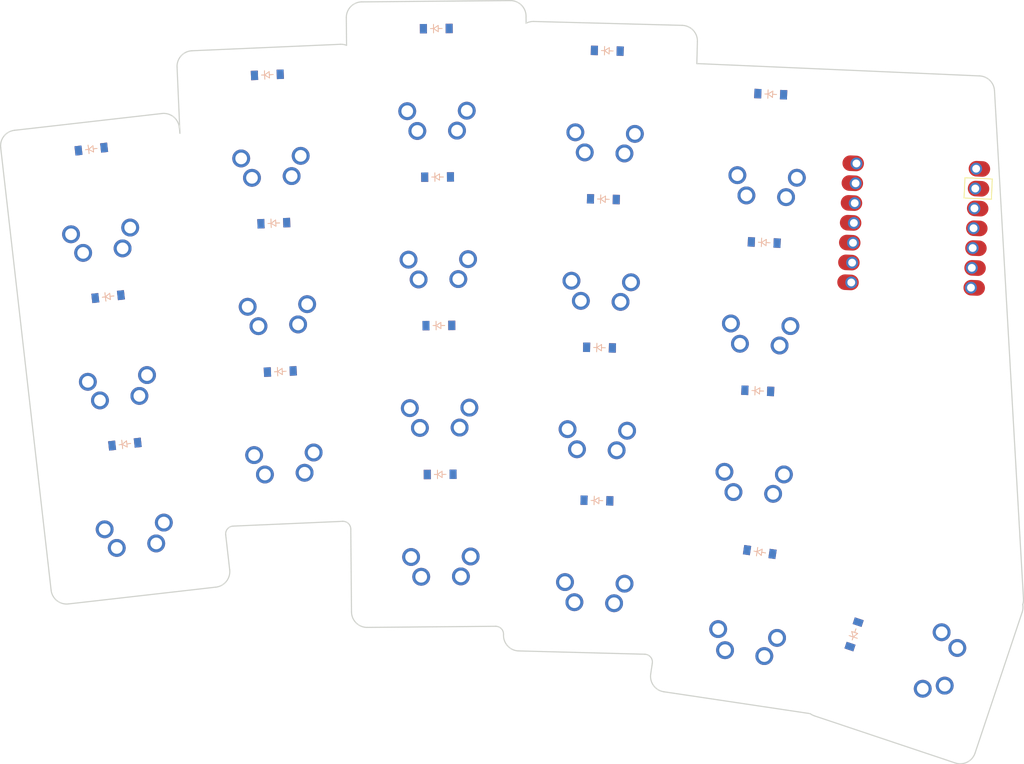
<source format=kicad_pcb>

            
(kicad_pcb (version 20171130) (host pcbnew 5.1.6)

  (page A3)
  (title_block
    (title goose)
    (rev v1.0.0)
    (company Unknown)
  )

  (general
    (thickness 1.6)
  )

  (layers
    (0 F.Cu signal)
    (31 B.Cu signal)
    (32 B.Adhes user)
    (33 F.Adhes user)
    (34 B.Paste user)
    (35 F.Paste user)
    (36 B.SilkS user)
    (37 F.SilkS user)
    (38 B.Mask user)
    (39 F.Mask user)
    (40 Dwgs.User user)
    (41 Cmts.User user)
    (42 Eco1.User user)
    (43 Eco2.User user)
    (44 Edge.Cuts user)
    (45 Margin user)
    (46 B.CrtYd user)
    (47 F.CrtYd user)
    (48 B.Fab user)
    (49 F.Fab user)
  )

  (setup
    (last_trace_width 0.25)
    (trace_clearance 0.2)
    (zone_clearance 0.508)
    (zone_45_only no)
    (trace_min 0.2)
    (via_size 0.8)
    (via_drill 0.4)
    (via_min_size 0.4)
    (via_min_drill 0.3)
    (uvia_size 0.3)
    (uvia_drill 0.1)
    (uvias_allowed no)
    (uvia_min_size 0.2)
    (uvia_min_drill 0.1)
    (edge_width 0.05)
    (segment_width 0.2)
    (pcb_text_width 0.3)
    (pcb_text_size 1.5 1.5)
    (mod_edge_width 0.12)
    (mod_text_size 1 1)
    (mod_text_width 0.15)
    (pad_size 1.524 1.524)
    (pad_drill 0.762)
    (pad_to_mask_clearance 0.05)
    (aux_axis_origin 0 0)
    (visible_elements FFFFFF7F)
    (pcbplotparams
      (layerselection 0x010fc_ffffffff)
      (usegerberextensions false)
      (usegerberattributes true)
      (usegerberadvancedattributes true)
      (creategerberjobfile true)
      (excludeedgelayer true)
      (linewidth 0.100000)
      (plotframeref false)
      (viasonmask false)
      (mode 1)
      (useauxorigin false)
      (hpglpennumber 1)
      (hpglpenspeed 20)
      (hpglpendiameter 15.000000)
      (psnegative false)
      (psa4output false)
      (plotreference true)
      (plotvalue true)
      (plotinvisibletext false)
      (padsonsilk false)
      (subtractmaskfromsilk false)
      (outputformat 1)
      (mirror false)
      (drillshape 1)
      (scaleselection 1)
      (outputdirectory ""))
  )

            (net 0 "")
(net 1 "pinkie_bottom")
(net 2 "pinkie_home")
(net 3 "pinkie_top")
(net 4 "ring_bottom")
(net 5 "ring_home")
(net 6 "ring_top")
(net 7 "middle_bottom")
(net 8 "middle_home")
(net 9 "middle_top")
(net 10 "index_bottom")
(net 11 "index_home")
(net 12 "index_top")
(net 13 "inner_bottom")
(net 14 "inner_home")
(net 15 "inner_top")
(net 16 "middle_thumbs")
(net 17 "inner_thumbs")
(net 18 "outer_thumbs")
(net 19 "reach_thumbs")
(net 20 "VIN")
(net 21 "SWDIO")
(net 22 "SWDCLK")
(net 23 "RST")
(net 24 "GND")
(net 25 "P0")
(net 26 "P1")
(net 27 "P2")
(net 28 "P3")
(net 29 "P4")
(net 30 "P5")
(net 31 "P6")
(net 32 "P7")
(net 33 "P8")
(net 34 "P9")
(net 35 "P10")
(net 36 "VCC")
(net 37 "RAW")
            
  (net_class Default "This is the default net class."
    (clearance 0.2)
    (trace_width 0.25)
    (via_dia 0.8)
    (via_drill 0.4)
    (uvia_dia 0.3)
    (uvia_drill 0.1)
    (add_net "")
(add_net "pinkie_bottom")
(add_net "pinkie_home")
(add_net "pinkie_top")
(add_net "ring_bottom")
(add_net "ring_home")
(add_net "ring_top")
(add_net "middle_bottom")
(add_net "middle_home")
(add_net "middle_top")
(add_net "index_bottom")
(add_net "index_home")
(add_net "index_top")
(add_net "inner_bottom")
(add_net "inner_home")
(add_net "inner_top")
(add_net "middle_thumbs")
(add_net "inner_thumbs")
(add_net "outer_thumbs")
(add_net "reach_thumbs")
(add_net "VIN")
(add_net "SWDIO")
(add_net "SWDCLK")
(add_net "RST")
(add_net "GND")
(add_net "P0")
(add_net "P1")
(add_net "P2")
(add_net "P3")
(add_net "P4")
(add_net "P5")
(add_net "P6")
(add_net "P7")
(add_net "P8")
(add_net "P9")
(add_net "P10")
(add_net "VCC")
(add_net "RAW")
  )

            
        
      (module MX (layer F.Cu) (tedit 5DD4F656)
      (at 179.8574898 165.2014932 186.5)

      
      (fp_text reference "S1" (at 0 0) (layer F.SilkS) hide (effects (font (size 1.27 1.27) (thickness 0.15))))
      (fp_text value "" (at 0 0) (layer F.SilkS) hide (effects (font (size 1.27 1.27) (thickness 0.15))))

      
      (fp_line (start -7 -6) (end -7 -7) (layer Dwgs.User) (width 0.15))
      (fp_line (start -7 7) (end -6 7) (layer Dwgs.User) (width 0.15))
      (fp_line (start -6 -7) (end -7 -7) (layer Dwgs.User) (width 0.15))
      (fp_line (start -7 7) (end -7 6) (layer Dwgs.User) (width 0.15))
      (fp_line (start 7 6) (end 7 7) (layer Dwgs.User) (width 0.15))
      (fp_line (start 7 -7) (end 6 -7) (layer Dwgs.User) (width 0.15))
      (fp_line (start 6 7) (end 7 7) (layer Dwgs.User) (width 0.15))
      (fp_line (start 7 -7) (end 7 -6) (layer Dwgs.User) (width 0.15))
    
      
      (pad "" np_thru_hole circle (at 0 0) (size 3.9878 3.9878) (drill 3.9878) (layers *.Cu *.Mask))

      
      (pad "" np_thru_hole circle (at 5.08 0) (size 1.7018 1.7018) (drill 1.7018) (layers *.Cu *.Mask))
      (pad "" np_thru_hole circle (at -5.08 0) (size 1.7018 1.7018) (drill 1.7018) (layers *.Cu *.Mask))
      
        
      
      (fp_line (start -9.5 -9.5) (end 9.5 -9.5) (layer Dwgs.User) (width 0.15))
      (fp_line (start 9.5 -9.5) (end 9.5 9.5) (layer Dwgs.User) (width 0.15))
      (fp_line (start 9.5 9.5) (end -9.5 9.5) (layer Dwgs.User) (width 0.15))
      (fp_line (start -9.5 9.5) (end -9.5 -9.5) (layer Dwgs.User) (width 0.15))
      
        
            
            (pad 1 thru_hole circle (at 2.54 -5.08) (size 2.286 2.286) (drill 1.4986) (layers *.Cu *.Mask) (net 0 ""))
            (pad 2 thru_hole circle (at -3.81 -2.54) (size 2.286 2.286) (drill 1.4986) (layers *.Cu *.Mask) (net 1 "pinkie_bottom"))
          
        
            
            (pad 1 thru_hole circle (at -2.54 -5.08) (size 2.286 2.286) (drill 1.4986) (layers *.Cu *.Mask) (net 0 ""))
            (pad 2 thru_hole circle (at 3.81 -2.54) (size 2.286 2.286) (drill 1.4986) (layers *.Cu *.Mask) (net 1 "pinkie_bottom"))
          )
        

        
      (module MX (layer F.Cu) (tedit 5DD4F656)
      (at 177.7066288 146.3236279 186.5)

      
      (fp_text reference "S2" (at 0 0) (layer F.SilkS) hide (effects (font (size 1.27 1.27) (thickness 0.15))))
      (fp_text value "" (at 0 0) (layer F.SilkS) hide (effects (font (size 1.27 1.27) (thickness 0.15))))

      
      (fp_line (start -7 -6) (end -7 -7) (layer Dwgs.User) (width 0.15))
      (fp_line (start -7 7) (end -6 7) (layer Dwgs.User) (width 0.15))
      (fp_line (start -6 -7) (end -7 -7) (layer Dwgs.User) (width 0.15))
      (fp_line (start -7 7) (end -7 6) (layer Dwgs.User) (width 0.15))
      (fp_line (start 7 6) (end 7 7) (layer Dwgs.User) (width 0.15))
      (fp_line (start 7 -7) (end 6 -7) (layer Dwgs.User) (width 0.15))
      (fp_line (start 6 7) (end 7 7) (layer Dwgs.User) (width 0.15))
      (fp_line (start 7 -7) (end 7 -6) (layer Dwgs.User) (width 0.15))
    
      
      (pad "" np_thru_hole circle (at 0 0) (size 3.9878 3.9878) (drill 3.9878) (layers *.Cu *.Mask))

      
      (pad "" np_thru_hole circle (at 5.08 0) (size 1.7018 1.7018) (drill 1.7018) (layers *.Cu *.Mask))
      (pad "" np_thru_hole circle (at -5.08 0) (size 1.7018 1.7018) (drill 1.7018) (layers *.Cu *.Mask))
      
        
      
      (fp_line (start -9.5 -9.5) (end 9.5 -9.5) (layer Dwgs.User) (width 0.15))
      (fp_line (start 9.5 -9.5) (end 9.5 9.5) (layer Dwgs.User) (width 0.15))
      (fp_line (start 9.5 9.5) (end -9.5 9.5) (layer Dwgs.User) (width 0.15))
      (fp_line (start -9.5 9.5) (end -9.5 -9.5) (layer Dwgs.User) (width 0.15))
      
        
            
            (pad 1 thru_hole circle (at 2.54 -5.08) (size 2.286 2.286) (drill 1.4986) (layers *.Cu *.Mask) (net 0 ""))
            (pad 2 thru_hole circle (at -3.81 -2.54) (size 2.286 2.286) (drill 1.4986) (layers *.Cu *.Mask) (net 2 "pinkie_home"))
          
        
            
            (pad 1 thru_hole circle (at -2.54 -5.08) (size 2.286 2.286) (drill 1.4986) (layers *.Cu *.Mask) (net 0 ""))
            (pad 2 thru_hole circle (at 3.81 -2.54) (size 2.286 2.286) (drill 1.4986) (layers *.Cu *.Mask) (net 2 "pinkie_home"))
          )
        

        
      (module MX (layer F.Cu) (tedit 5DD4F656)
      (at 175.5557677 127.4457627 186.5)

      
      (fp_text reference "S3" (at 0 0) (layer F.SilkS) hide (effects (font (size 1.27 1.27) (thickness 0.15))))
      (fp_text value "" (at 0 0) (layer F.SilkS) hide (effects (font (size 1.27 1.27) (thickness 0.15))))

      
      (fp_line (start -7 -6) (end -7 -7) (layer Dwgs.User) (width 0.15))
      (fp_line (start -7 7) (end -6 7) (layer Dwgs.User) (width 0.15))
      (fp_line (start -6 -7) (end -7 -7) (layer Dwgs.User) (width 0.15))
      (fp_line (start -7 7) (end -7 6) (layer Dwgs.User) (width 0.15))
      (fp_line (start 7 6) (end 7 7) (layer Dwgs.User) (width 0.15))
      (fp_line (start 7 -7) (end 6 -7) (layer Dwgs.User) (width 0.15))
      (fp_line (start 6 7) (end 7 7) (layer Dwgs.User) (width 0.15))
      (fp_line (start 7 -7) (end 7 -6) (layer Dwgs.User) (width 0.15))
    
      
      (pad "" np_thru_hole circle (at 0 0) (size 3.9878 3.9878) (drill 3.9878) (layers *.Cu *.Mask))

      
      (pad "" np_thru_hole circle (at 5.08 0) (size 1.7018 1.7018) (drill 1.7018) (layers *.Cu *.Mask))
      (pad "" np_thru_hole circle (at -5.08 0) (size 1.7018 1.7018) (drill 1.7018) (layers *.Cu *.Mask))
      
        
      
      (fp_line (start -9.5 -9.5) (end 9.5 -9.5) (layer Dwgs.User) (width 0.15))
      (fp_line (start 9.5 -9.5) (end 9.5 9.5) (layer Dwgs.User) (width 0.15))
      (fp_line (start 9.5 9.5) (end -9.5 9.5) (layer Dwgs.User) (width 0.15))
      (fp_line (start -9.5 9.5) (end -9.5 -9.5) (layer Dwgs.User) (width 0.15))
      
        
            
            (pad 1 thru_hole circle (at 2.54 -5.08) (size 2.286 2.286) (drill 1.4986) (layers *.Cu *.Mask) (net 0 ""))
            (pad 2 thru_hole circle (at -3.81 -2.54) (size 2.286 2.286) (drill 1.4986) (layers *.Cu *.Mask) (net 3 "pinkie_top"))
          
        
            
            (pad 1 thru_hole circle (at -2.54 -5.08) (size 2.286 2.286) (drill 1.4986) (layers *.Cu *.Mask) (net 0 ""))
            (pad 2 thru_hole circle (at 3.81 -2.54) (size 2.286 2.286) (drill 1.4986) (layers *.Cu *.Mask) (net 3 "pinkie_top"))
          )
        

        
      (module MX (layer F.Cu) (tedit 5DD4F656)
      (at 199.1848974 155.9541251 182.5)

      
      (fp_text reference "S4" (at 0 0) (layer F.SilkS) hide (effects (font (size 1.27 1.27) (thickness 0.15))))
      (fp_text value "" (at 0 0) (layer F.SilkS) hide (effects (font (size 1.27 1.27) (thickness 0.15))))

      
      (fp_line (start -7 -6) (end -7 -7) (layer Dwgs.User) (width 0.15))
      (fp_line (start -7 7) (end -6 7) (layer Dwgs.User) (width 0.15))
      (fp_line (start -6 -7) (end -7 -7) (layer Dwgs.User) (width 0.15))
      (fp_line (start -7 7) (end -7 6) (layer Dwgs.User) (width 0.15))
      (fp_line (start 7 6) (end 7 7) (layer Dwgs.User) (width 0.15))
      (fp_line (start 7 -7) (end 6 -7) (layer Dwgs.User) (width 0.15))
      (fp_line (start 6 7) (end 7 7) (layer Dwgs.User) (width 0.15))
      (fp_line (start 7 -7) (end 7 -6) (layer Dwgs.User) (width 0.15))
    
      
      (pad "" np_thru_hole circle (at 0 0) (size 3.9878 3.9878) (drill 3.9878) (layers *.Cu *.Mask))

      
      (pad "" np_thru_hole circle (at 5.08 0) (size 1.7018 1.7018) (drill 1.7018) (layers *.Cu *.Mask))
      (pad "" np_thru_hole circle (at -5.08 0) (size 1.7018 1.7018) (drill 1.7018) (layers *.Cu *.Mask))
      
        
      
      (fp_line (start -9.5 -9.5) (end 9.5 -9.5) (layer Dwgs.User) (width 0.15))
      (fp_line (start 9.5 -9.5) (end 9.5 9.5) (layer Dwgs.User) (width 0.15))
      (fp_line (start 9.5 9.5) (end -9.5 9.5) (layer Dwgs.User) (width 0.15))
      (fp_line (start -9.5 9.5) (end -9.5 -9.5) (layer Dwgs.User) (width 0.15))
      
        
            
            (pad 1 thru_hole circle (at 2.54 -5.08) (size 2.286 2.286) (drill 1.4986) (layers *.Cu *.Mask) (net 0 ""))
            (pad 2 thru_hole circle (at -3.81 -2.54) (size 2.286 2.286) (drill 1.4986) (layers *.Cu *.Mask) (net 4 "ring_bottom"))
          
        
            
            (pad 1 thru_hole circle (at -2.54 -5.08) (size 2.286 2.286) (drill 1.4986) (layers *.Cu *.Mask) (net 0 ""))
            (pad 2 thru_hole circle (at 3.81 -2.54) (size 2.286 2.286) (drill 1.4986) (layers *.Cu *.Mask) (net 4 "ring_bottom"))
          )
        

        
      (module MX (layer F.Cu) (tedit 5DD4F656)
      (at 198.3561291 136.9722088 182.5)

      
      (fp_text reference "S5" (at 0 0) (layer F.SilkS) hide (effects (font (size 1.27 1.27) (thickness 0.15))))
      (fp_text value "" (at 0 0) (layer F.SilkS) hide (effects (font (size 1.27 1.27) (thickness 0.15))))

      
      (fp_line (start -7 -6) (end -7 -7) (layer Dwgs.User) (width 0.15))
      (fp_line (start -7 7) (end -6 7) (layer Dwgs.User) (width 0.15))
      (fp_line (start -6 -7) (end -7 -7) (layer Dwgs.User) (width 0.15))
      (fp_line (start -7 7) (end -7 6) (layer Dwgs.User) (width 0.15))
      (fp_line (start 7 6) (end 7 7) (layer Dwgs.User) (width 0.15))
      (fp_line (start 7 -7) (end 6 -7) (layer Dwgs.User) (width 0.15))
      (fp_line (start 6 7) (end 7 7) (layer Dwgs.User) (width 0.15))
      (fp_line (start 7 -7) (end 7 -6) (layer Dwgs.User) (width 0.15))
    
      
      (pad "" np_thru_hole circle (at 0 0) (size 3.9878 3.9878) (drill 3.9878) (layers *.Cu *.Mask))

      
      (pad "" np_thru_hole circle (at 5.08 0) (size 1.7018 1.7018) (drill 1.7018) (layers *.Cu *.Mask))
      (pad "" np_thru_hole circle (at -5.08 0) (size 1.7018 1.7018) (drill 1.7018) (layers *.Cu *.Mask))
      
        
      
      (fp_line (start -9.5 -9.5) (end 9.5 -9.5) (layer Dwgs.User) (width 0.15))
      (fp_line (start 9.5 -9.5) (end 9.5 9.5) (layer Dwgs.User) (width 0.15))
      (fp_line (start 9.5 9.5) (end -9.5 9.5) (layer Dwgs.User) (width 0.15))
      (fp_line (start -9.5 9.5) (end -9.5 -9.5) (layer Dwgs.User) (width 0.15))
      
        
            
            (pad 1 thru_hole circle (at 2.54 -5.08) (size 2.286 2.286) (drill 1.4986) (layers *.Cu *.Mask) (net 0 ""))
            (pad 2 thru_hole circle (at -3.81 -2.54) (size 2.286 2.286) (drill 1.4986) (layers *.Cu *.Mask) (net 5 "ring_home"))
          
        
            
            (pad 1 thru_hole circle (at -2.54 -5.08) (size 2.286 2.286) (drill 1.4986) (layers *.Cu *.Mask) (net 0 ""))
            (pad 2 thru_hole circle (at 3.81 -2.54) (size 2.286 2.286) (drill 1.4986) (layers *.Cu *.Mask) (net 5 "ring_home"))
          )
        

        
      (module MX (layer F.Cu) (tedit 5DD4F656)
      (at 197.5273607 117.9902926 182.5)

      
      (fp_text reference "S6" (at 0 0) (layer F.SilkS) hide (effects (font (size 1.27 1.27) (thickness 0.15))))
      (fp_text value "" (at 0 0) (layer F.SilkS) hide (effects (font (size 1.27 1.27) (thickness 0.15))))

      
      (fp_line (start -7 -6) (end -7 -7) (layer Dwgs.User) (width 0.15))
      (fp_line (start -7 7) (end -6 7) (layer Dwgs.User) (width 0.15))
      (fp_line (start -6 -7) (end -7 -7) (layer Dwgs.User) (width 0.15))
      (fp_line (start -7 7) (end -7 6) (layer Dwgs.User) (width 0.15))
      (fp_line (start 7 6) (end 7 7) (layer Dwgs.User) (width 0.15))
      (fp_line (start 7 -7) (end 6 -7) (layer Dwgs.User) (width 0.15))
      (fp_line (start 6 7) (end 7 7) (layer Dwgs.User) (width 0.15))
      (fp_line (start 7 -7) (end 7 -6) (layer Dwgs.User) (width 0.15))
    
      
      (pad "" np_thru_hole circle (at 0 0) (size 3.9878 3.9878) (drill 3.9878) (layers *.Cu *.Mask))

      
      (pad "" np_thru_hole circle (at 5.08 0) (size 1.7018 1.7018) (drill 1.7018) (layers *.Cu *.Mask))
      (pad "" np_thru_hole circle (at -5.08 0) (size 1.7018 1.7018) (drill 1.7018) (layers *.Cu *.Mask))
      
        
      
      (fp_line (start -9.5 -9.5) (end 9.5 -9.5) (layer Dwgs.User) (width 0.15))
      (fp_line (start 9.5 -9.5) (end 9.5 9.5) (layer Dwgs.User) (width 0.15))
      (fp_line (start 9.5 9.5) (end -9.5 9.5) (layer Dwgs.User) (width 0.15))
      (fp_line (start -9.5 9.5) (end -9.5 -9.5) (layer Dwgs.User) (width 0.15))
      
        
            
            (pad 1 thru_hole circle (at 2.54 -5.08) (size 2.286 2.286) (drill 1.4986) (layers *.Cu *.Mask) (net 0 ""))
            (pad 2 thru_hole circle (at -3.81 -2.54) (size 2.286 2.286) (drill 1.4986) (layers *.Cu *.Mask) (net 6 "ring_top"))
          
        
            
            (pad 1 thru_hole circle (at -2.54 -5.08) (size 2.286 2.286) (drill 1.4986) (layers *.Cu *.Mask) (net 0 ""))
            (pad 2 thru_hole circle (at 3.81 -2.54) (size 2.286 2.286) (drill 1.4986) (layers *.Cu *.Mask) (net 6 "ring_top"))
          )
        

        
      (module MX (layer F.Cu) (tedit 5DD4F656)
      (at 219.197527 150.0755914 180.5)

      
      (fp_text reference "S7" (at 0 0) (layer F.SilkS) hide (effects (font (size 1.27 1.27) (thickness 0.15))))
      (fp_text value "" (at 0 0) (layer F.SilkS) hide (effects (font (size 1.27 1.27) (thickness 0.15))))

      
      (fp_line (start -7 -6) (end -7 -7) (layer Dwgs.User) (width 0.15))
      (fp_line (start -7 7) (end -6 7) (layer Dwgs.User) (width 0.15))
      (fp_line (start -6 -7) (end -7 -7) (layer Dwgs.User) (width 0.15))
      (fp_line (start -7 7) (end -7 6) (layer Dwgs.User) (width 0.15))
      (fp_line (start 7 6) (end 7 7) (layer Dwgs.User) (width 0.15))
      (fp_line (start 7 -7) (end 6 -7) (layer Dwgs.User) (width 0.15))
      (fp_line (start 6 7) (end 7 7) (layer Dwgs.User) (width 0.15))
      (fp_line (start 7 -7) (end 7 -6) (layer Dwgs.User) (width 0.15))
    
      
      (pad "" np_thru_hole circle (at 0 0) (size 3.9878 3.9878) (drill 3.9878) (layers *.Cu *.Mask))

      
      (pad "" np_thru_hole circle (at 5.08 0) (size 1.7018 1.7018) (drill 1.7018) (layers *.Cu *.Mask))
      (pad "" np_thru_hole circle (at -5.08 0) (size 1.7018 1.7018) (drill 1.7018) (layers *.Cu *.Mask))
      
        
      
      (fp_line (start -9.5 -9.5) (end 9.5 -9.5) (layer Dwgs.User) (width 0.15))
      (fp_line (start 9.5 -9.5) (end 9.5 9.5) (layer Dwgs.User) (width 0.15))
      (fp_line (start 9.5 9.5) (end -9.5 9.5) (layer Dwgs.User) (width 0.15))
      (fp_line (start -9.5 9.5) (end -9.5 -9.5) (layer Dwgs.User) (width 0.15))
      
        
            
            (pad 1 thru_hole circle (at 2.54 -5.08) (size 2.286 2.286) (drill 1.4986) (layers *.Cu *.Mask) (net 0 ""))
            (pad 2 thru_hole circle (at -3.81 -2.54) (size 2.286 2.286) (drill 1.4986) (layers *.Cu *.Mask) (net 7 "middle_bottom"))
          
        
            
            (pad 1 thru_hole circle (at -2.54 -5.08) (size 2.286 2.286) (drill 1.4986) (layers *.Cu *.Mask) (net 0 ""))
            (pad 2 thru_hole circle (at 3.81 -2.54) (size 2.286 2.286) (drill 1.4986) (layers *.Cu *.Mask) (net 7 "middle_bottom"))
          )
        

        
      (module MX (layer F.Cu) (tedit 5DD4F656)
      (at 219.0317228 131.0763148 180.5)

      
      (fp_text reference "S8" (at 0 0) (layer F.SilkS) hide (effects (font (size 1.27 1.27) (thickness 0.15))))
      (fp_text value "" (at 0 0) (layer F.SilkS) hide (effects (font (size 1.27 1.27) (thickness 0.15))))

      
      (fp_line (start -7 -6) (end -7 -7) (layer Dwgs.User) (width 0.15))
      (fp_line (start -7 7) (end -6 7) (layer Dwgs.User) (width 0.15))
      (fp_line (start -6 -7) (end -7 -7) (layer Dwgs.User) (width 0.15))
      (fp_line (start -7 7) (end -7 6) (layer Dwgs.User) (width 0.15))
      (fp_line (start 7 6) (end 7 7) (layer Dwgs.User) (width 0.15))
      (fp_line (start 7 -7) (end 6 -7) (layer Dwgs.User) (width 0.15))
      (fp_line (start 6 7) (end 7 7) (layer Dwgs.User) (width 0.15))
      (fp_line (start 7 -7) (end 7 -6) (layer Dwgs.User) (width 0.15))
    
      
      (pad "" np_thru_hole circle (at 0 0) (size 3.9878 3.9878) (drill 3.9878) (layers *.Cu *.Mask))

      
      (pad "" np_thru_hole circle (at 5.08 0) (size 1.7018 1.7018) (drill 1.7018) (layers *.Cu *.Mask))
      (pad "" np_thru_hole circle (at -5.08 0) (size 1.7018 1.7018) (drill 1.7018) (layers *.Cu *.Mask))
      
        
      
      (fp_line (start -9.5 -9.5) (end 9.5 -9.5) (layer Dwgs.User) (width 0.15))
      (fp_line (start 9.5 -9.5) (end 9.5 9.5) (layer Dwgs.User) (width 0.15))
      (fp_line (start 9.5 9.5) (end -9.5 9.5) (layer Dwgs.User) (width 0.15))
      (fp_line (start -9.5 9.5) (end -9.5 -9.5) (layer Dwgs.User) (width 0.15))
      
        
            
            (pad 1 thru_hole circle (at 2.54 -5.08) (size 2.286 2.286) (drill 1.4986) (layers *.Cu *.Mask) (net 0 ""))
            (pad 2 thru_hole circle (at -3.81 -2.54) (size 2.286 2.286) (drill 1.4986) (layers *.Cu *.Mask) (net 8 "middle_home"))
          
        
            
            (pad 1 thru_hole circle (at -2.54 -5.08) (size 2.286 2.286) (drill 1.4986) (layers *.Cu *.Mask) (net 0 ""))
            (pad 2 thru_hole circle (at 3.81 -2.54) (size 2.286 2.286) (drill 1.4986) (layers *.Cu *.Mask) (net 8 "middle_home"))
          )
        

        
      (module MX (layer F.Cu) (tedit 5DD4F656)
      (at 218.8659186 112.0770383 180.5)

      
      (fp_text reference "S9" (at 0 0) (layer F.SilkS) hide (effects (font (size 1.27 1.27) (thickness 0.15))))
      (fp_text value "" (at 0 0) (layer F.SilkS) hide (effects (font (size 1.27 1.27) (thickness 0.15))))

      
      (fp_line (start -7 -6) (end -7 -7) (layer Dwgs.User) (width 0.15))
      (fp_line (start -7 7) (end -6 7) (layer Dwgs.User) (width 0.15))
      (fp_line (start -6 -7) (end -7 -7) (layer Dwgs.User) (width 0.15))
      (fp_line (start -7 7) (end -7 6) (layer Dwgs.User) (width 0.15))
      (fp_line (start 7 6) (end 7 7) (layer Dwgs.User) (width 0.15))
      (fp_line (start 7 -7) (end 6 -7) (layer Dwgs.User) (width 0.15))
      (fp_line (start 6 7) (end 7 7) (layer Dwgs.User) (width 0.15))
      (fp_line (start 7 -7) (end 7 -6) (layer Dwgs.User) (width 0.15))
    
      
      (pad "" np_thru_hole circle (at 0 0) (size 3.9878 3.9878) (drill 3.9878) (layers *.Cu *.Mask))

      
      (pad "" np_thru_hole circle (at 5.08 0) (size 1.7018 1.7018) (drill 1.7018) (layers *.Cu *.Mask))
      (pad "" np_thru_hole circle (at -5.08 0) (size 1.7018 1.7018) (drill 1.7018) (layers *.Cu *.Mask))
      
        
      
      (fp_line (start -9.5 -9.5) (end 9.5 -9.5) (layer Dwgs.User) (width 0.15))
      (fp_line (start 9.5 -9.5) (end 9.5 9.5) (layer Dwgs.User) (width 0.15))
      (fp_line (start 9.5 9.5) (end -9.5 9.5) (layer Dwgs.User) (width 0.15))
      (fp_line (start -9.5 9.5) (end -9.5 -9.5) (layer Dwgs.User) (width 0.15))
      
        
            
            (pad 1 thru_hole circle (at 2.54 -5.08) (size 2.286 2.286) (drill 1.4986) (layers *.Cu *.Mask) (net 0 ""))
            (pad 2 thru_hole circle (at -3.81 -2.54) (size 2.286 2.286) (drill 1.4986) (layers *.Cu *.Mask) (net 9 "middle_top"))
          
        
            
            (pad 1 thru_hole circle (at -2.54 -5.08) (size 2.286 2.286) (drill 1.4986) (layers *.Cu *.Mask) (net 0 ""))
            (pad 2 thru_hole circle (at 3.81 -2.54) (size 2.286 2.286) (drill 1.4986) (layers *.Cu *.Mask) (net 9 "middle_top"))
          )
        

        
      (module MX (layer F.Cu) (tedit 5DD4F656)
      (at 239.4729355 152.8987648 178.5)

      
      (fp_text reference "S10" (at 0 0) (layer F.SilkS) hide (effects (font (size 1.27 1.27) (thickness 0.15))))
      (fp_text value "" (at 0 0) (layer F.SilkS) hide (effects (font (size 1.27 1.27) (thickness 0.15))))

      
      (fp_line (start -7 -6) (end -7 -7) (layer Dwgs.User) (width 0.15))
      (fp_line (start -7 7) (end -6 7) (layer Dwgs.User) (width 0.15))
      (fp_line (start -6 -7) (end -7 -7) (layer Dwgs.User) (width 0.15))
      (fp_line (start -7 7) (end -7 6) (layer Dwgs.User) (width 0.15))
      (fp_line (start 7 6) (end 7 7) (layer Dwgs.User) (width 0.15))
      (fp_line (start 7 -7) (end 6 -7) (layer Dwgs.User) (width 0.15))
      (fp_line (start 6 7) (end 7 7) (layer Dwgs.User) (width 0.15))
      (fp_line (start 7 -7) (end 7 -6) (layer Dwgs.User) (width 0.15))
    
      
      (pad "" np_thru_hole circle (at 0 0) (size 3.9878 3.9878) (drill 3.9878) (layers *.Cu *.Mask))

      
      (pad "" np_thru_hole circle (at 5.08 0) (size 1.7018 1.7018) (drill 1.7018) (layers *.Cu *.Mask))
      (pad "" np_thru_hole circle (at -5.08 0) (size 1.7018 1.7018) (drill 1.7018) (layers *.Cu *.Mask))
      
        
      
      (fp_line (start -9.5 -9.5) (end 9.5 -9.5) (layer Dwgs.User) (width 0.15))
      (fp_line (start 9.5 -9.5) (end 9.5 9.5) (layer Dwgs.User) (width 0.15))
      (fp_line (start 9.5 9.5) (end -9.5 9.5) (layer Dwgs.User) (width 0.15))
      (fp_line (start -9.5 9.5) (end -9.5 -9.5) (layer Dwgs.User) (width 0.15))
      
        
            
            (pad 1 thru_hole circle (at 2.54 -5.08) (size 2.286 2.286) (drill 1.4986) (layers *.Cu *.Mask) (net 0 ""))
            (pad 2 thru_hole circle (at -3.81 -2.54) (size 2.286 2.286) (drill 1.4986) (layers *.Cu *.Mask) (net 10 "index_bottom"))
          
        
            
            (pad 1 thru_hole circle (at -2.54 -5.08) (size 2.286 2.286) (drill 1.4986) (layers *.Cu *.Mask) (net 0 ""))
            (pad 2 thru_hole circle (at 3.81 -2.54) (size 2.286 2.286) (drill 1.4986) (layers *.Cu *.Mask) (net 10 "index_bottom"))
          )
        

        
      (module MX (layer F.Cu) (tedit 5DD4F656)
      (at 239.9702975 133.9052756 178.5)

      
      (fp_text reference "S11" (at 0 0) (layer F.SilkS) hide (effects (font (size 1.27 1.27) (thickness 0.15))))
      (fp_text value "" (at 0 0) (layer F.SilkS) hide (effects (font (size 1.27 1.27) (thickness 0.15))))

      
      (fp_line (start -7 -6) (end -7 -7) (layer Dwgs.User) (width 0.15))
      (fp_line (start -7 7) (end -6 7) (layer Dwgs.User) (width 0.15))
      (fp_line (start -6 -7) (end -7 -7) (layer Dwgs.User) (width 0.15))
      (fp_line (start -7 7) (end -7 6) (layer Dwgs.User) (width 0.15))
      (fp_line (start 7 6) (end 7 7) (layer Dwgs.User) (width 0.15))
      (fp_line (start 7 -7) (end 6 -7) (layer Dwgs.User) (width 0.15))
      (fp_line (start 6 7) (end 7 7) (layer Dwgs.User) (width 0.15))
      (fp_line (start 7 -7) (end 7 -6) (layer Dwgs.User) (width 0.15))
    
      
      (pad "" np_thru_hole circle (at 0 0) (size 3.9878 3.9878) (drill 3.9878) (layers *.Cu *.Mask))

      
      (pad "" np_thru_hole circle (at 5.08 0) (size 1.7018 1.7018) (drill 1.7018) (layers *.Cu *.Mask))
      (pad "" np_thru_hole circle (at -5.08 0) (size 1.7018 1.7018) (drill 1.7018) (layers *.Cu *.Mask))
      
        
      
      (fp_line (start -9.5 -9.5) (end 9.5 -9.5) (layer Dwgs.User) (width 0.15))
      (fp_line (start 9.5 -9.5) (end 9.5 9.5) (layer Dwgs.User) (width 0.15))
      (fp_line (start 9.5 9.5) (end -9.5 9.5) (layer Dwgs.User) (width 0.15))
      (fp_line (start -9.5 9.5) (end -9.5 -9.5) (layer Dwgs.User) (width 0.15))
      
        
            
            (pad 1 thru_hole circle (at 2.54 -5.08) (size 2.286 2.286) (drill 1.4986) (layers *.Cu *.Mask) (net 0 ""))
            (pad 2 thru_hole circle (at -3.81 -2.54) (size 2.286 2.286) (drill 1.4986) (layers *.Cu *.Mask) (net 11 "index_home"))
          
        
            
            (pad 1 thru_hole circle (at -2.54 -5.08) (size 2.286 2.286) (drill 1.4986) (layers *.Cu *.Mask) (net 0 ""))
            (pad 2 thru_hole circle (at 3.81 -2.54) (size 2.286 2.286) (drill 1.4986) (layers *.Cu *.Mask) (net 11 "index_home"))
          )
        

        
      (module MX (layer F.Cu) (tedit 5DD4F656)
      (at 240.4676596 114.9117865 178.5)

      
      (fp_text reference "S12" (at 0 0) (layer F.SilkS) hide (effects (font (size 1.27 1.27) (thickness 0.15))))
      (fp_text value "" (at 0 0) (layer F.SilkS) hide (effects (font (size 1.27 1.27) (thickness 0.15))))

      
      (fp_line (start -7 -6) (end -7 -7) (layer Dwgs.User) (width 0.15))
      (fp_line (start -7 7) (end -6 7) (layer Dwgs.User) (width 0.15))
      (fp_line (start -6 -7) (end -7 -7) (layer Dwgs.User) (width 0.15))
      (fp_line (start -7 7) (end -7 6) (layer Dwgs.User) (width 0.15))
      (fp_line (start 7 6) (end 7 7) (layer Dwgs.User) (width 0.15))
      (fp_line (start 7 -7) (end 6 -7) (layer Dwgs.User) (width 0.15))
      (fp_line (start 6 7) (end 7 7) (layer Dwgs.User) (width 0.15))
      (fp_line (start 7 -7) (end 7 -6) (layer Dwgs.User) (width 0.15))
    
      
      (pad "" np_thru_hole circle (at 0 0) (size 3.9878 3.9878) (drill 3.9878) (layers *.Cu *.Mask))

      
      (pad "" np_thru_hole circle (at 5.08 0) (size 1.7018 1.7018) (drill 1.7018) (layers *.Cu *.Mask))
      (pad "" np_thru_hole circle (at -5.08 0) (size 1.7018 1.7018) (drill 1.7018) (layers *.Cu *.Mask))
      
        
      
      (fp_line (start -9.5 -9.5) (end 9.5 -9.5) (layer Dwgs.User) (width 0.15))
      (fp_line (start 9.5 -9.5) (end 9.5 9.5) (layer Dwgs.User) (width 0.15))
      (fp_line (start 9.5 9.5) (end -9.5 9.5) (layer Dwgs.User) (width 0.15))
      (fp_line (start -9.5 9.5) (end -9.5 -9.5) (layer Dwgs.User) (width 0.15))
      
        
            
            (pad 1 thru_hole circle (at 2.54 -5.08) (size 2.286 2.286) (drill 1.4986) (layers *.Cu *.Mask) (net 0 ""))
            (pad 2 thru_hole circle (at -3.81 -2.54) (size 2.286 2.286) (drill 1.4986) (layers *.Cu *.Mask) (net 12 "index_top"))
          
        
            
            (pad 1 thru_hole circle (at -2.54 -5.08) (size 2.286 2.286) (drill 1.4986) (layers *.Cu *.Mask) (net 0 ""))
            (pad 2 thru_hole circle (at 3.81 -2.54) (size 2.286 2.286) (drill 1.4986) (layers *.Cu *.Mask) (net 12 "index_top"))
          )
        

        
      (module MX (layer F.Cu) (tedit 5DD4F656)
      (at 259.5851115 158.4271346 177.5)

      
      (fp_text reference "S13" (at 0 0) (layer F.SilkS) hide (effects (font (size 1.27 1.27) (thickness 0.15))))
      (fp_text value "" (at 0 0) (layer F.SilkS) hide (effects (font (size 1.27 1.27) (thickness 0.15))))

      
      (fp_line (start -7 -6) (end -7 -7) (layer Dwgs.User) (width 0.15))
      (fp_line (start -7 7) (end -6 7) (layer Dwgs.User) (width 0.15))
      (fp_line (start -6 -7) (end -7 -7) (layer Dwgs.User) (width 0.15))
      (fp_line (start -7 7) (end -7 6) (layer Dwgs.User) (width 0.15))
      (fp_line (start 7 6) (end 7 7) (layer Dwgs.User) (width 0.15))
      (fp_line (start 7 -7) (end 6 -7) (layer Dwgs.User) (width 0.15))
      (fp_line (start 6 7) (end 7 7) (layer Dwgs.User) (width 0.15))
      (fp_line (start 7 -7) (end 7 -6) (layer Dwgs.User) (width 0.15))
    
      
      (pad "" np_thru_hole circle (at 0 0) (size 3.9878 3.9878) (drill 3.9878) (layers *.Cu *.Mask))

      
      (pad "" np_thru_hole circle (at 5.08 0) (size 1.7018 1.7018) (drill 1.7018) (layers *.Cu *.Mask))
      (pad "" np_thru_hole circle (at -5.08 0) (size 1.7018 1.7018) (drill 1.7018) (layers *.Cu *.Mask))
      
        
      
      (fp_line (start -9.5 -9.5) (end 9.5 -9.5) (layer Dwgs.User) (width 0.15))
      (fp_line (start 9.5 -9.5) (end 9.5 9.5) (layer Dwgs.User) (width 0.15))
      (fp_line (start 9.5 9.5) (end -9.5 9.5) (layer Dwgs.User) (width 0.15))
      (fp_line (start -9.5 9.5) (end -9.5 -9.5) (layer Dwgs.User) (width 0.15))
      
        
            
            (pad 1 thru_hole circle (at 2.54 -5.08) (size 2.286 2.286) (drill 1.4986) (layers *.Cu *.Mask) (net 0 ""))
            (pad 2 thru_hole circle (at -3.81 -2.54) (size 2.286 2.286) (drill 1.4986) (layers *.Cu *.Mask) (net 13 "inner_bottom"))
          
        
            
            (pad 1 thru_hole circle (at -2.54 -5.08) (size 2.286 2.286) (drill 1.4986) (layers *.Cu *.Mask) (net 0 ""))
            (pad 2 thru_hole circle (at 3.81 -2.54) (size 2.286 2.286) (drill 1.4986) (layers *.Cu *.Mask) (net 13 "inner_bottom"))
          )
        

        
      (module MX (layer F.Cu) (tedit 5DD4F656)
      (at 260.4138799 139.4452184 177.5)

      
      (fp_text reference "S14" (at 0 0) (layer F.SilkS) hide (effects (font (size 1.27 1.27) (thickness 0.15))))
      (fp_text value "" (at 0 0) (layer F.SilkS) hide (effects (font (size 1.27 1.27) (thickness 0.15))))

      
      (fp_line (start -7 -6) (end -7 -7) (layer Dwgs.User) (width 0.15))
      (fp_line (start -7 7) (end -6 7) (layer Dwgs.User) (width 0.15))
      (fp_line (start -6 -7) (end -7 -7) (layer Dwgs.User) (width 0.15))
      (fp_line (start -7 7) (end -7 6) (layer Dwgs.User) (width 0.15))
      (fp_line (start 7 6) (end 7 7) (layer Dwgs.User) (width 0.15))
      (fp_line (start 7 -7) (end 6 -7) (layer Dwgs.User) (width 0.15))
      (fp_line (start 6 7) (end 7 7) (layer Dwgs.User) (width 0.15))
      (fp_line (start 7 -7) (end 7 -6) (layer Dwgs.User) (width 0.15))
    
      
      (pad "" np_thru_hole circle (at 0 0) (size 3.9878 3.9878) (drill 3.9878) (layers *.Cu *.Mask))

      
      (pad "" np_thru_hole circle (at 5.08 0) (size 1.7018 1.7018) (drill 1.7018) (layers *.Cu *.Mask))
      (pad "" np_thru_hole circle (at -5.08 0) (size 1.7018 1.7018) (drill 1.7018) (layers *.Cu *.Mask))
      
        
      
      (fp_line (start -9.5 -9.5) (end 9.5 -9.5) (layer Dwgs.User) (width 0.15))
      (fp_line (start 9.5 -9.5) (end 9.5 9.5) (layer Dwgs.User) (width 0.15))
      (fp_line (start 9.5 9.5) (end -9.5 9.5) (layer Dwgs.User) (width 0.15))
      (fp_line (start -9.5 9.5) (end -9.5 -9.5) (layer Dwgs.User) (width 0.15))
      
        
            
            (pad 1 thru_hole circle (at 2.54 -5.08) (size 2.286 2.286) (drill 1.4986) (layers *.Cu *.Mask) (net 0 ""))
            (pad 2 thru_hole circle (at -3.81 -2.54) (size 2.286 2.286) (drill 1.4986) (layers *.Cu *.Mask) (net 14 "inner_home"))
          
        
            
            (pad 1 thru_hole circle (at -2.54 -5.08) (size 2.286 2.286) (drill 1.4986) (layers *.Cu *.Mask) (net 0 ""))
            (pad 2 thru_hole circle (at 3.81 -2.54) (size 2.286 2.286) (drill 1.4986) (layers *.Cu *.Mask) (net 14 "inner_home"))
          )
        

        
      (module MX (layer F.Cu) (tedit 5DD4F656)
      (at 261.2426482 120.4633021 177.5)

      
      (fp_text reference "S15" (at 0 0) (layer F.SilkS) hide (effects (font (size 1.27 1.27) (thickness 0.15))))
      (fp_text value "" (at 0 0) (layer F.SilkS) hide (effects (font (size 1.27 1.27) (thickness 0.15))))

      
      (fp_line (start -7 -6) (end -7 -7) (layer Dwgs.User) (width 0.15))
      (fp_line (start -7 7) (end -6 7) (layer Dwgs.User) (width 0.15))
      (fp_line (start -6 -7) (end -7 -7) (layer Dwgs.User) (width 0.15))
      (fp_line (start -7 7) (end -7 6) (layer Dwgs.User) (width 0.15))
      (fp_line (start 7 6) (end 7 7) (layer Dwgs.User) (width 0.15))
      (fp_line (start 7 -7) (end 6 -7) (layer Dwgs.User) (width 0.15))
      (fp_line (start 6 7) (end 7 7) (layer Dwgs.User) (width 0.15))
      (fp_line (start 7 -7) (end 7 -6) (layer Dwgs.User) (width 0.15))
    
      
      (pad "" np_thru_hole circle (at 0 0) (size 3.9878 3.9878) (drill 3.9878) (layers *.Cu *.Mask))

      
      (pad "" np_thru_hole circle (at 5.08 0) (size 1.7018 1.7018) (drill 1.7018) (layers *.Cu *.Mask))
      (pad "" np_thru_hole circle (at -5.08 0) (size 1.7018 1.7018) (drill 1.7018) (layers *.Cu *.Mask))
      
        
      
      (fp_line (start -9.5 -9.5) (end 9.5 -9.5) (layer Dwgs.User) (width 0.15))
      (fp_line (start 9.5 -9.5) (end 9.5 9.5) (layer Dwgs.User) (width 0.15))
      (fp_line (start 9.5 9.5) (end -9.5 9.5) (layer Dwgs.User) (width 0.15))
      (fp_line (start -9.5 9.5) (end -9.5 -9.5) (layer Dwgs.User) (width 0.15))
      
        
            
            (pad 1 thru_hole circle (at 2.54 -5.08) (size 2.286 2.286) (drill 1.4986) (layers *.Cu *.Mask) (net 0 ""))
            (pad 2 thru_hole circle (at -3.81 -2.54) (size 2.286 2.286) (drill 1.4986) (layers *.Cu *.Mask) (net 15 "inner_top"))
          
        
            
            (pad 1 thru_hole circle (at -2.54 -5.08) (size 2.286 2.286) (drill 1.4986) (layers *.Cu *.Mask) (net 0 ""))
            (pad 2 thru_hole circle (at 3.81 -2.54) (size 2.286 2.286) (drill 1.4986) (layers *.Cu *.Mask) (net 15 "inner_top"))
          )
        

        
      (module MX (layer F.Cu) (tedit 5DD4F656)
      (at 219.3637675 169.124866 180.5)

      
      (fp_text reference "S16" (at 0 0) (layer F.SilkS) hide (effects (font (size 1.27 1.27) (thickness 0.15))))
      (fp_text value "" (at 0 0) (layer F.SilkS) hide (effects (font (size 1.27 1.27) (thickness 0.15))))

      
      (fp_line (start -7 -6) (end -7 -7) (layer Dwgs.User) (width 0.15))
      (fp_line (start -7 7) (end -6 7) (layer Dwgs.User) (width 0.15))
      (fp_line (start -6 -7) (end -7 -7) (layer Dwgs.User) (width 0.15))
      (fp_line (start -7 7) (end -7 6) (layer Dwgs.User) (width 0.15))
      (fp_line (start 7 6) (end 7 7) (layer Dwgs.User) (width 0.15))
      (fp_line (start 7 -7) (end 6 -7) (layer Dwgs.User) (width 0.15))
      (fp_line (start 6 7) (end 7 7) (layer Dwgs.User) (width 0.15))
      (fp_line (start 7 -7) (end 7 -6) (layer Dwgs.User) (width 0.15))
    
      
      (pad "" np_thru_hole circle (at 0 0) (size 3.9878 3.9878) (drill 3.9878) (layers *.Cu *.Mask))

      
      (pad "" np_thru_hole circle (at 5.08 0) (size 1.7018 1.7018) (drill 1.7018) (layers *.Cu *.Mask))
      (pad "" np_thru_hole circle (at -5.08 0) (size 1.7018 1.7018) (drill 1.7018) (layers *.Cu *.Mask))
      
        
      
      (fp_line (start -9.5 -9.5) (end 9.5 -9.5) (layer Dwgs.User) (width 0.15))
      (fp_line (start 9.5 -9.5) (end 9.5 9.5) (layer Dwgs.User) (width 0.15))
      (fp_line (start 9.5 9.5) (end -9.5 9.5) (layer Dwgs.User) (width 0.15))
      (fp_line (start -9.5 9.5) (end -9.5 -9.5) (layer Dwgs.User) (width 0.15))
      
        
            
            (pad 1 thru_hole circle (at 2.54 -5.08) (size 2.286 2.286) (drill 1.4986) (layers *.Cu *.Mask) (net 0 ""))
            (pad 2 thru_hole circle (at -3.81 -2.54) (size 2.286 2.286) (drill 1.4986) (layers *.Cu *.Mask) (net 16 "middle_thumbs"))
          
        
            
            (pad 1 thru_hole circle (at -2.54 -5.08) (size 2.286 2.286) (drill 1.4986) (layers *.Cu *.Mask) (net 0 ""))
            (pad 2 thru_hole circle (at 3.81 -2.54) (size 2.286 2.286) (drill 1.4986) (layers *.Cu *.Mask) (net 16 "middle_thumbs"))
          )
        

        
      (module MX (layer F.Cu) (tedit 5DD4F656)
      (at 239.1434061 172.4698354 178.5)

      
      (fp_text reference "S17" (at 0 0) (layer F.SilkS) hide (effects (font (size 1.27 1.27) (thickness 0.15))))
      (fp_text value "" (at 0 0) (layer F.SilkS) hide (effects (font (size 1.27 1.27) (thickness 0.15))))

      
      (fp_line (start -7 -6) (end -7 -7) (layer Dwgs.User) (width 0.15))
      (fp_line (start -7 7) (end -6 7) (layer Dwgs.User) (width 0.15))
      (fp_line (start -6 -7) (end -7 -7) (layer Dwgs.User) (width 0.15))
      (fp_line (start -7 7) (end -7 6) (layer Dwgs.User) (width 0.15))
      (fp_line (start 7 6) (end 7 7) (layer Dwgs.User) (width 0.15))
      (fp_line (start 7 -7) (end 6 -7) (layer Dwgs.User) (width 0.15))
      (fp_line (start 6 7) (end 7 7) (layer Dwgs.User) (width 0.15))
      (fp_line (start 7 -7) (end 7 -6) (layer Dwgs.User) (width 0.15))
    
      
      (pad "" np_thru_hole circle (at 0 0) (size 3.9878 3.9878) (drill 3.9878) (layers *.Cu *.Mask))

      
      (pad "" np_thru_hole circle (at 5.08 0) (size 1.7018 1.7018) (drill 1.7018) (layers *.Cu *.Mask))
      (pad "" np_thru_hole circle (at -5.08 0) (size 1.7018 1.7018) (drill 1.7018) (layers *.Cu *.Mask))
      
        
      
      (fp_line (start -9.5 -9.5) (end 9.5 -9.5) (layer Dwgs.User) (width 0.15))
      (fp_line (start 9.5 -9.5) (end 9.5 9.5) (layer Dwgs.User) (width 0.15))
      (fp_line (start 9.5 9.5) (end -9.5 9.5) (layer Dwgs.User) (width 0.15))
      (fp_line (start -9.5 9.5) (end -9.5 -9.5) (layer Dwgs.User) (width 0.15))
      
        
            
            (pad 1 thru_hole circle (at 2.54 -5.08) (size 2.286 2.286) (drill 1.4986) (layers *.Cu *.Mask) (net 0 ""))
            (pad 2 thru_hole circle (at -3.81 -2.54) (size 2.286 2.286) (drill 1.4986) (layers *.Cu *.Mask) (net 17 "inner_thumbs"))
          
        
            
            (pad 1 thru_hole circle (at -2.54 -5.08) (size 2.286 2.286) (drill 1.4986) (layers *.Cu *.Mask) (net 0 ""))
            (pad 2 thru_hole circle (at 3.81 -2.54) (size 2.286 2.286) (drill 1.4986) (layers *.Cu *.Mask) (net 17 "inner_thumbs"))
          )
        

        
      (module MX (layer F.Cu) (tedit 5DD4F656)
      (at 259.01244810000003 178.9735213 171.5)

      
      (fp_text reference "S18" (at 0 0) (layer F.SilkS) hide (effects (font (size 1.27 1.27) (thickness 0.15))))
      (fp_text value "" (at 0 0) (layer F.SilkS) hide (effects (font (size 1.27 1.27) (thickness 0.15))))

      
      (fp_line (start -7 -6) (end -7 -7) (layer Dwgs.User) (width 0.15))
      (fp_line (start -7 7) (end -6 7) (layer Dwgs.User) (width 0.15))
      (fp_line (start -6 -7) (end -7 -7) (layer Dwgs.User) (width 0.15))
      (fp_line (start -7 7) (end -7 6) (layer Dwgs.User) (width 0.15))
      (fp_line (start 7 6) (end 7 7) (layer Dwgs.User) (width 0.15))
      (fp_line (start 7 -7) (end 6 -7) (layer Dwgs.User) (width 0.15))
      (fp_line (start 6 7) (end 7 7) (layer Dwgs.User) (width 0.15))
      (fp_line (start 7 -7) (end 7 -6) (layer Dwgs.User) (width 0.15))
    
      
      (pad "" np_thru_hole circle (at 0 0) (size 3.9878 3.9878) (drill 3.9878) (layers *.Cu *.Mask))

      
      (pad "" np_thru_hole circle (at 5.08 0) (size 1.7018 1.7018) (drill 1.7018) (layers *.Cu *.Mask))
      (pad "" np_thru_hole circle (at -5.08 0) (size 1.7018 1.7018) (drill 1.7018) (layers *.Cu *.Mask))
      
        
      
      (fp_line (start -9.5 -9.5) (end 9.5 -9.5) (layer Dwgs.User) (width 0.15))
      (fp_line (start 9.5 -9.5) (end 9.5 9.5) (layer Dwgs.User) (width 0.15))
      (fp_line (start 9.5 9.5) (end -9.5 9.5) (layer Dwgs.User) (width 0.15))
      (fp_line (start -9.5 9.5) (end -9.5 -9.5) (layer Dwgs.User) (width 0.15))
      
        
            
            (pad 1 thru_hole circle (at 2.54 -5.08) (size 2.286 2.286) (drill 1.4986) (layers *.Cu *.Mask) (net 0 ""))
            (pad 2 thru_hole circle (at -3.81 -2.54) (size 2.286 2.286) (drill 1.4986) (layers *.Cu *.Mask) (net 18 "outer_thumbs"))
          
        
            
            (pad 1 thru_hole circle (at -2.54 -5.08) (size 2.286 2.286) (drill 1.4986) (layers *.Cu *.Mask) (net 0 ""))
            (pad 2 thru_hole circle (at 3.81 -2.54) (size 2.286 2.286) (drill 1.4986) (layers *.Cu *.Mask) (net 18 "outer_thumbs"))
          )
        

        
      (module MX (layer F.Cu) (tedit 5DD4F656)
      (at 279.84781580000003 184.1358741 251.5)

      
      (fp_text reference "S19" (at 0 0) (layer F.SilkS) hide (effects (font (size 1.27 1.27) (thickness 0.15))))
      (fp_text value "" (at 0 0) (layer F.SilkS) hide (effects (font (size 1.27 1.27) (thickness 0.15))))

      
      (fp_line (start -7 -6) (end -7 -7) (layer Dwgs.User) (width 0.15))
      (fp_line (start -7 7) (end -6 7) (layer Dwgs.User) (width 0.15))
      (fp_line (start -6 -7) (end -7 -7) (layer Dwgs.User) (width 0.15))
      (fp_line (start -7 7) (end -7 6) (layer Dwgs.User) (width 0.15))
      (fp_line (start 7 6) (end 7 7) (layer Dwgs.User) (width 0.15))
      (fp_line (start 7 -7) (end 6 -7) (layer Dwgs.User) (width 0.15))
      (fp_line (start 6 7) (end 7 7) (layer Dwgs.User) (width 0.15))
      (fp_line (start 7 -7) (end 7 -6) (layer Dwgs.User) (width 0.15))
    
      
      (pad "" np_thru_hole circle (at 0 0) (size 3.9878 3.9878) (drill 3.9878) (layers *.Cu *.Mask))

      
      (pad "" np_thru_hole circle (at 5.08 0) (size 1.7018 1.7018) (drill 1.7018) (layers *.Cu *.Mask))
      (pad "" np_thru_hole circle (at -5.08 0) (size 1.7018 1.7018) (drill 1.7018) (layers *.Cu *.Mask))
      
        
      
      (fp_line (start -9.5 -9.5) (end 9.5 -9.5) (layer Dwgs.User) (width 0.15))
      (fp_line (start 9.5 -9.5) (end 9.5 9.5) (layer Dwgs.User) (width 0.15))
      (fp_line (start 9.5 9.5) (end -9.5 9.5) (layer Dwgs.User) (width 0.15))
      (fp_line (start -9.5 9.5) (end -9.5 -9.5) (layer Dwgs.User) (width 0.15))
      
        
            
            (pad 1 thru_hole circle (at 2.54 -5.08) (size 2.286 2.286) (drill 1.4986) (layers *.Cu *.Mask) (net 0 ""))
            (pad 2 thru_hole circle (at -3.81 -2.54) (size 2.286 2.286) (drill 1.4986) (layers *.Cu *.Mask) (net 19 "reach_thumbs"))
          
        
            
            (pad 1 thru_hole circle (at -2.54 -5.08) (size 2.286 2.286) (drill 1.4986) (layers *.Cu *.Mask) (net 0 ""))
            (pad 2 thru_hole circle (at 3.81 -2.54) (size 2.286 2.286) (drill 1.4986) (layers *.Cu *.Mask) (net 19 "reach_thumbs"))
          )
        

        (module ComboDiode (layer B.Cu) (tedit 5B24D78E)
            (at 178.9518641 157.2529184 6.5)
            (attr virtual)
            (fp_text reference "D1" (at 0 0) (layer B.SilkS) hide (effects (font (size 1.27 1.27) (thickness 0.15))))
            (fp_text value "" (at 0 0) (layer B.SilkS) hide (effects (font (size 1.27 1.27) (thickness 0.15))))
        
            (fp_line (start 0.25 0) (end 0.75 0) (layer F.SilkS) (width 0.1))
            (fp_line (start 0.25 0.4) (end -0.35 0) (layer F.SilkS) (width 0.1))
            (fp_line (start 0.25 -0.4) (end 0.25 0.4) (layer F.SilkS) (width 0.1))
            (fp_line (start -0.35 0) (end 0.25 -0.4) (layer F.SilkS) (width 0.1))
            (fp_line (start -0.35 0) (end -0.35 0.55) (layer F.SilkS) (width 0.1))
            (fp_line (start -0.35 0) (end -0.35 -0.55) (layer F.SilkS) (width 0.1))
            (fp_line (start -0.75 0) (end -0.35 0) (layer F.SilkS) (width 0.1))
        
            (pad 1 smd rect (at -1.65 0 6.5) (size 0.9 1.2) (layers F.Cu F.Paste F.Mask) (net 0 ""))
            (pad 2 smd rect (at 1.65 0 6.5) (size 0.9 1.2) (layers F.Cu F.Paste F.Mask) (net 1 "pinkie_bottom"))
        
            (fp_line (start 0.25 0) (end 0.75 0) (layer B.SilkS) (width 0.1))
            (fp_line (start 0.25 0.4) (end -0.35 0) (layer B.SilkS) (width 0.1))
            (fp_line (start 0.25 -0.4) (end 0.25 0.4) (layer B.SilkS) (width 0.1))
            (fp_line (start -0.35 0) (end 0.25 -0.4) (layer B.SilkS) (width 0.1))
            (fp_line (start -0.35 0) (end -0.35 0.55) (layer B.SilkS) (width 0.1))
            (fp_line (start -0.35 0) (end -0.35 -0.55) (layer B.SilkS) (width 0.1))
            (fp_line (start -0.75 0) (end -0.35 0) (layer B.SilkS) (width 0.1))
        
            (pad 1 smd rect (at -1.65 0 6.5) (size 0.9 1.2) (layers B.Cu B.Paste B.Mask) (net 0 ""))
            (pad 2 smd rect (at 1.65 0 6.5) (size 0.9 1.2) (layers B.Cu B.Paste B.Mask) (net 1 "pinkie_bottom"))
        
        )
        

        (module ComboDiode (layer B.Cu) (tedit 5B24D78E)
            (at 176.8010031 138.3750531 6.5)
            (attr virtual)
            (fp_text reference "D2" (at 0 0) (layer B.SilkS) hide (effects (font (size 1.27 1.27) (thickness 0.15))))
            (fp_text value "" (at 0 0) (layer B.SilkS) hide (effects (font (size 1.27 1.27) (thickness 0.15))))
        
            (fp_line (start 0.25 0) (end 0.75 0) (layer F.SilkS) (width 0.1))
            (fp_line (start 0.25 0.4) (end -0.35 0) (layer F.SilkS) (width 0.1))
            (fp_line (start 0.25 -0.4) (end 0.25 0.4) (layer F.SilkS) (width 0.1))
            (fp_line (start -0.35 0) (end 0.25 -0.4) (layer F.SilkS) (width 0.1))
            (fp_line (start -0.35 0) (end -0.35 0.55) (layer F.SilkS) (width 0.1))
            (fp_line (start -0.35 0) (end -0.35 -0.55) (layer F.SilkS) (width 0.1))
            (fp_line (start -0.75 0) (end -0.35 0) (layer F.SilkS) (width 0.1))
        
            (pad 1 smd rect (at -1.65 0 6.5) (size 0.9 1.2) (layers F.Cu F.Paste F.Mask) (net 0 ""))
            (pad 2 smd rect (at 1.65 0 6.5) (size 0.9 1.2) (layers F.Cu F.Paste F.Mask) (net 2 "pinkie_home"))
        
            (fp_line (start 0.25 0) (end 0.75 0) (layer B.SilkS) (width 0.1))
            (fp_line (start 0.25 0.4) (end -0.35 0) (layer B.SilkS) (width 0.1))
            (fp_line (start 0.25 -0.4) (end 0.25 0.4) (layer B.SilkS) (width 0.1))
            (fp_line (start -0.35 0) (end 0.25 -0.4) (layer B.SilkS) (width 0.1))
            (fp_line (start -0.35 0) (end -0.35 0.55) (layer B.SilkS) (width 0.1))
            (fp_line (start -0.35 0) (end -0.35 -0.55) (layer B.SilkS) (width 0.1))
            (fp_line (start -0.75 0) (end -0.35 0) (layer B.SilkS) (width 0.1))
        
            (pad 1 smd rect (at -1.65 0 6.5) (size 0.9 1.2) (layers B.Cu B.Paste B.Mask) (net 0 ""))
            (pad 2 smd rect (at 1.65 0 6.5) (size 0.9 1.2) (layers B.Cu B.Paste B.Mask) (net 2 "pinkie_home"))
        
        )
        

        (module ComboDiode (layer B.Cu) (tedit 5B24D78E)
            (at 174.650142 119.4971879 6.5)
            (attr virtual)
            (fp_text reference "D3" (at 0 0) (layer B.SilkS) hide (effects (font (size 1.27 1.27) (thickness 0.15))))
            (fp_text value "" (at 0 0) (layer B.SilkS) hide (effects (font (size 1.27 1.27) (thickness 0.15))))
        
            (fp_line (start 0.25 0) (end 0.75 0) (layer F.SilkS) (width 0.1))
            (fp_line (start 0.25 0.4) (end -0.35 0) (layer F.SilkS) (width 0.1))
            (fp_line (start 0.25 -0.4) (end 0.25 0.4) (layer F.SilkS) (width 0.1))
            (fp_line (start -0.35 0) (end 0.25 -0.4) (layer F.SilkS) (width 0.1))
            (fp_line (start -0.35 0) (end -0.35 0.55) (layer F.SilkS) (width 0.1))
            (fp_line (start -0.35 0) (end -0.35 -0.55) (layer F.SilkS) (width 0.1))
            (fp_line (start -0.75 0) (end -0.35 0) (layer F.SilkS) (width 0.1))
        
            (pad 1 smd rect (at -1.65 0 6.5) (size 0.9 1.2) (layers F.Cu F.Paste F.Mask) (net 0 ""))
            (pad 2 smd rect (at 1.65 0 6.5) (size 0.9 1.2) (layers F.Cu F.Paste F.Mask) (net 3 "pinkie_top"))
        
            (fp_line (start 0.25 0) (end 0.75 0) (layer B.SilkS) (width 0.1))
            (fp_line (start 0.25 0.4) (end -0.35 0) (layer B.SilkS) (width 0.1))
            (fp_line (start 0.25 -0.4) (end 0.25 0.4) (layer B.SilkS) (width 0.1))
            (fp_line (start -0.35 0) (end 0.25 -0.4) (layer B.SilkS) (width 0.1))
            (fp_line (start -0.35 0) (end -0.35 0.55) (layer B.SilkS) (width 0.1))
            (fp_line (start -0.35 0) (end -0.35 -0.55) (layer B.SilkS) (width 0.1))
            (fp_line (start -0.75 0) (end -0.35 0) (layer B.SilkS) (width 0.1))
        
            (pad 1 smd rect (at -1.65 0 6.5) (size 0.9 1.2) (layers B.Cu B.Paste B.Mask) (net 0 ""))
            (pad 2 smd rect (at 1.65 0 6.5) (size 0.9 1.2) (layers B.Cu B.Paste B.Mask) (net 3 "pinkie_top"))
        
        )
        

        (module ComboDiode (layer B.Cu) (tedit 5B24D78E)
            (at 198.8359423 147.9617393 2.5)
            (attr virtual)
            (fp_text reference "D4" (at 0 0) (layer B.SilkS) hide (effects (font (size 1.27 1.27) (thickness 0.15))))
            (fp_text value "" (at 0 0) (layer B.SilkS) hide (effects (font (size 1.27 1.27) (thickness 0.15))))
        
            (fp_line (start 0.25 0) (end 0.75 0) (layer F.SilkS) (width 0.1))
            (fp_line (start 0.25 0.4) (end -0.35 0) (layer F.SilkS) (width 0.1))
            (fp_line (start 0.25 -0.4) (end 0.25 0.4) (layer F.SilkS) (width 0.1))
            (fp_line (start -0.35 0) (end 0.25 -0.4) (layer F.SilkS) (width 0.1))
            (fp_line (start -0.35 0) (end -0.35 0.55) (layer F.SilkS) (width 0.1))
            (fp_line (start -0.35 0) (end -0.35 -0.55) (layer F.SilkS) (width 0.1))
            (fp_line (start -0.75 0) (end -0.35 0) (layer F.SilkS) (width 0.1))
        
            (pad 1 smd rect (at -1.65 0 2.5) (size 0.9 1.2) (layers F.Cu F.Paste F.Mask) (net 0 ""))
            (pad 2 smd rect (at 1.65 0 2.5) (size 0.9 1.2) (layers F.Cu F.Paste F.Mask) (net 4 "ring_bottom"))
        
            (fp_line (start 0.25 0) (end 0.75 0) (layer B.SilkS) (width 0.1))
            (fp_line (start 0.25 0.4) (end -0.35 0) (layer B.SilkS) (width 0.1))
            (fp_line (start 0.25 -0.4) (end 0.25 0.4) (layer B.SilkS) (width 0.1))
            (fp_line (start -0.35 0) (end 0.25 -0.4) (layer B.SilkS) (width 0.1))
            (fp_line (start -0.35 0) (end -0.35 0.55) (layer B.SilkS) (width 0.1))
            (fp_line (start -0.35 0) (end -0.35 -0.55) (layer B.SilkS) (width 0.1))
            (fp_line (start -0.75 0) (end -0.35 0) (layer B.SilkS) (width 0.1))
        
            (pad 1 smd rect (at -1.65 0 2.5) (size 0.9 1.2) (layers B.Cu B.Paste B.Mask) (net 0 ""))
            (pad 2 smd rect (at 1.65 0 2.5) (size 0.9 1.2) (layers B.Cu B.Paste B.Mask) (net 4 "ring_bottom"))
        
        )
        

        (module ComboDiode (layer B.Cu) (tedit 5B24D78E)
            (at 198.007174 128.979823 2.5)
            (attr virtual)
            (fp_text reference "D5" (at 0 0) (layer B.SilkS) hide (effects (font (size 1.27 1.27) (thickness 0.15))))
            (fp_text value "" (at 0 0) (layer B.SilkS) hide (effects (font (size 1.27 1.27) (thickness 0.15))))
        
            (fp_line (start 0.25 0) (end 0.75 0) (layer F.SilkS) (width 0.1))
            (fp_line (start 0.25 0.4) (end -0.35 0) (layer F.SilkS) (width 0.1))
            (fp_line (start 0.25 -0.4) (end 0.25 0.4) (layer F.SilkS) (width 0.1))
            (fp_line (start -0.35 0) (end 0.25 -0.4) (layer F.SilkS) (width 0.1))
            (fp_line (start -0.35 0) (end -0.35 0.55) (layer F.SilkS) (width 0.1))
            (fp_line (start -0.35 0) (end -0.35 -0.55) (layer F.SilkS) (width 0.1))
            (fp_line (start -0.75 0) (end -0.35 0) (layer F.SilkS) (width 0.1))
        
            (pad 1 smd rect (at -1.65 0 2.5) (size 0.9 1.2) (layers F.Cu F.Paste F.Mask) (net 0 ""))
            (pad 2 smd rect (at 1.65 0 2.5) (size 0.9 1.2) (layers F.Cu F.Paste F.Mask) (net 5 "ring_home"))
        
            (fp_line (start 0.25 0) (end 0.75 0) (layer B.SilkS) (width 0.1))
            (fp_line (start 0.25 0.4) (end -0.35 0) (layer B.SilkS) (width 0.1))
            (fp_line (start 0.25 -0.4) (end 0.25 0.4) (layer B.SilkS) (width 0.1))
            (fp_line (start -0.35 0) (end 0.25 -0.4) (layer B.SilkS) (width 0.1))
            (fp_line (start -0.35 0) (end -0.35 0.55) (layer B.SilkS) (width 0.1))
            (fp_line (start -0.35 0) (end -0.35 -0.55) (layer B.SilkS) (width 0.1))
            (fp_line (start -0.75 0) (end -0.35 0) (layer B.SilkS) (width 0.1))
        
            (pad 1 smd rect (at -1.65 0 2.5) (size 0.9 1.2) (layers B.Cu B.Paste B.Mask) (net 0 ""))
            (pad 2 smd rect (at 1.65 0 2.5) (size 0.9 1.2) (layers B.Cu B.Paste B.Mask) (net 5 "ring_home"))
        
        )
        

        (module ComboDiode (layer B.Cu) (tedit 5B24D78E)
            (at 197.1784056 109.99790680000001 2.5)
            (attr virtual)
            (fp_text reference "D6" (at 0 0) (layer B.SilkS) hide (effects (font (size 1.27 1.27) (thickness 0.15))))
            (fp_text value "" (at 0 0) (layer B.SilkS) hide (effects (font (size 1.27 1.27) (thickness 0.15))))
        
            (fp_line (start 0.25 0) (end 0.75 0) (layer F.SilkS) (width 0.1))
            (fp_line (start 0.25 0.4) (end -0.35 0) (layer F.SilkS) (width 0.1))
            (fp_line (start 0.25 -0.4) (end 0.25 0.4) (layer F.SilkS) (width 0.1))
            (fp_line (start -0.35 0) (end 0.25 -0.4) (layer F.SilkS) (width 0.1))
            (fp_line (start -0.35 0) (end -0.35 0.55) (layer F.SilkS) (width 0.1))
            (fp_line (start -0.35 0) (end -0.35 -0.55) (layer F.SilkS) (width 0.1))
            (fp_line (start -0.75 0) (end -0.35 0) (layer F.SilkS) (width 0.1))
        
            (pad 1 smd rect (at -1.65 0 2.5) (size 0.9 1.2) (layers F.Cu F.Paste F.Mask) (net 0 ""))
            (pad 2 smd rect (at 1.65 0 2.5) (size 0.9 1.2) (layers F.Cu F.Paste F.Mask) (net 6 "ring_top"))
        
            (fp_line (start 0.25 0) (end 0.75 0) (layer B.SilkS) (width 0.1))
            (fp_line (start 0.25 0.4) (end -0.35 0) (layer B.SilkS) (width 0.1))
            (fp_line (start 0.25 -0.4) (end 0.25 0.4) (layer B.SilkS) (width 0.1))
            (fp_line (start -0.35 0) (end 0.25 -0.4) (layer B.SilkS) (width 0.1))
            (fp_line (start -0.35 0) (end -0.35 0.55) (layer B.SilkS) (width 0.1))
            (fp_line (start -0.35 0) (end -0.35 -0.55) (layer B.SilkS) (width 0.1))
            (fp_line (start -0.75 0) (end -0.35 0) (layer B.SilkS) (width 0.1))
        
            (pad 1 smd rect (at -1.65 0 2.5) (size 0.9 1.2) (layers B.Cu B.Paste B.Mask) (net 0 ""))
            (pad 2 smd rect (at 1.65 0 2.5) (size 0.9 1.2) (layers B.Cu B.Paste B.Mask) (net 6 "ring_top"))
        
        )
        

        (module ComboDiode (layer B.Cu) (tedit 5B24D78E)
            (at 219.1277147 142.075896 0.5)
            (attr virtual)
            (fp_text reference "D7" (at 0 0) (layer B.SilkS) hide (effects (font (size 1.27 1.27) (thickness 0.15))))
            (fp_text value "" (at 0 0) (layer B.SilkS) hide (effects (font (size 1.27 1.27) (thickness 0.15))))
        
            (fp_line (start 0.25 0) (end 0.75 0) (layer F.SilkS) (width 0.1))
            (fp_line (start 0.25 0.4) (end -0.35 0) (layer F.SilkS) (width 0.1))
            (fp_line (start 0.25 -0.4) (end 0.25 0.4) (layer F.SilkS) (width 0.1))
            (fp_line (start -0.35 0) (end 0.25 -0.4) (layer F.SilkS) (width 0.1))
            (fp_line (start -0.35 0) (end -0.35 0.55) (layer F.SilkS) (width 0.1))
            (fp_line (start -0.35 0) (end -0.35 -0.55) (layer F.SilkS) (width 0.1))
            (fp_line (start -0.75 0) (end -0.35 0) (layer F.SilkS) (width 0.1))
        
            (pad 1 smd rect (at -1.65 0 0.5) (size 0.9 1.2) (layers F.Cu F.Paste F.Mask) (net 0 ""))
            (pad 2 smd rect (at 1.65 0 0.5) (size 0.9 1.2) (layers F.Cu F.Paste F.Mask) (net 7 "middle_bottom"))
        
            (fp_line (start 0.25 0) (end 0.75 0) (layer B.SilkS) (width 0.1))
            (fp_line (start 0.25 0.4) (end -0.35 0) (layer B.SilkS) (width 0.1))
            (fp_line (start 0.25 -0.4) (end 0.25 0.4) (layer B.SilkS) (width 0.1))
            (fp_line (start -0.35 0) (end 0.25 -0.4) (layer B.SilkS) (width 0.1))
            (fp_line (start -0.35 0) (end -0.35 0.55) (layer B.SilkS) (width 0.1))
            (fp_line (start -0.35 0) (end -0.35 -0.55) (layer B.SilkS) (width 0.1))
            (fp_line (start -0.75 0) (end -0.35 0) (layer B.SilkS) (width 0.1))
        
            (pad 1 smd rect (at -1.65 0 0.5) (size 0.9 1.2) (layers B.Cu B.Paste B.Mask) (net 0 ""))
            (pad 2 smd rect (at 1.65 0 0.5) (size 0.9 1.2) (layers B.Cu B.Paste B.Mask) (net 7 "middle_bottom"))
        
        )
        

        (module ComboDiode (layer B.Cu) (tedit 5B24D78E)
            (at 218.96191050000002 123.0766194 0.5)
            (attr virtual)
            (fp_text reference "D8" (at 0 0) (layer B.SilkS) hide (effects (font (size 1.27 1.27) (thickness 0.15))))
            (fp_text value "" (at 0 0) (layer B.SilkS) hide (effects (font (size 1.27 1.27) (thickness 0.15))))
        
            (fp_line (start 0.25 0) (end 0.75 0) (layer F.SilkS) (width 0.1))
            (fp_line (start 0.25 0.4) (end -0.35 0) (layer F.SilkS) (width 0.1))
            (fp_line (start 0.25 -0.4) (end 0.25 0.4) (layer F.SilkS) (width 0.1))
            (fp_line (start -0.35 0) (end 0.25 -0.4) (layer F.SilkS) (width 0.1))
            (fp_line (start -0.35 0) (end -0.35 0.55) (layer F.SilkS) (width 0.1))
            (fp_line (start -0.35 0) (end -0.35 -0.55) (layer F.SilkS) (width 0.1))
            (fp_line (start -0.75 0) (end -0.35 0) (layer F.SilkS) (width 0.1))
        
            (pad 1 smd rect (at -1.65 0 0.5) (size 0.9 1.2) (layers F.Cu F.Paste F.Mask) (net 0 ""))
            (pad 2 smd rect (at 1.65 0 0.5) (size 0.9 1.2) (layers F.Cu F.Paste F.Mask) (net 8 "middle_home"))
        
            (fp_line (start 0.25 0) (end 0.75 0) (layer B.SilkS) (width 0.1))
            (fp_line (start 0.25 0.4) (end -0.35 0) (layer B.SilkS) (width 0.1))
            (fp_line (start 0.25 -0.4) (end 0.25 0.4) (layer B.SilkS) (width 0.1))
            (fp_line (start -0.35 0) (end 0.25 -0.4) (layer B.SilkS) (width 0.1))
            (fp_line (start -0.35 0) (end -0.35 0.55) (layer B.SilkS) (width 0.1))
            (fp_line (start -0.35 0) (end -0.35 -0.55) (layer B.SilkS) (width 0.1))
            (fp_line (start -0.75 0) (end -0.35 0) (layer B.SilkS) (width 0.1))
        
            (pad 1 smd rect (at -1.65 0 0.5) (size 0.9 1.2) (layers B.Cu B.Paste B.Mask) (net 0 ""))
            (pad 2 smd rect (at 1.65 0 0.5) (size 0.9 1.2) (layers B.Cu B.Paste B.Mask) (net 8 "middle_home"))
        
        )
        

        (module ComboDiode (layer B.Cu) (tedit 5B24D78E)
            (at 218.7961063 104.07734289999999 0.5)
            (attr virtual)
            (fp_text reference "D9" (at 0 0) (layer B.SilkS) hide (effects (font (size 1.27 1.27) (thickness 0.15))))
            (fp_text value "" (at 0 0) (layer B.SilkS) hide (effects (font (size 1.27 1.27) (thickness 0.15))))
        
            (fp_line (start 0.25 0) (end 0.75 0) (layer F.SilkS) (width 0.1))
            (fp_line (start 0.25 0.4) (end -0.35 0) (layer F.SilkS) (width 0.1))
            (fp_line (start 0.25 -0.4) (end 0.25 0.4) (layer F.SilkS) (width 0.1))
            (fp_line (start -0.35 0) (end 0.25 -0.4) (layer F.SilkS) (width 0.1))
            (fp_line (start -0.35 0) (end -0.35 0.55) (layer F.SilkS) (width 0.1))
            (fp_line (start -0.35 0) (end -0.35 -0.55) (layer F.SilkS) (width 0.1))
            (fp_line (start -0.75 0) (end -0.35 0) (layer F.SilkS) (width 0.1))
        
            (pad 1 smd rect (at -1.65 0 0.5) (size 0.9 1.2) (layers F.Cu F.Paste F.Mask) (net 0 ""))
            (pad 2 smd rect (at 1.65 0 0.5) (size 0.9 1.2) (layers F.Cu F.Paste F.Mask) (net 9 "middle_top"))
        
            (fp_line (start 0.25 0) (end 0.75 0) (layer B.SilkS) (width 0.1))
            (fp_line (start 0.25 0.4) (end -0.35 0) (layer B.SilkS) (width 0.1))
            (fp_line (start 0.25 -0.4) (end 0.25 0.4) (layer B.SilkS) (width 0.1))
            (fp_line (start -0.35 0) (end 0.25 -0.4) (layer B.SilkS) (width 0.1))
            (fp_line (start -0.35 0) (end -0.35 0.55) (layer B.SilkS) (width 0.1))
            (fp_line (start -0.35 0) (end -0.35 -0.55) (layer B.SilkS) (width 0.1))
            (fp_line (start -0.75 0) (end -0.35 0) (layer B.SilkS) (width 0.1))
        
            (pad 1 smd rect (at -1.65 0 0.5) (size 0.9 1.2) (layers B.Cu B.Paste B.Mask) (net 0 ""))
            (pad 2 smd rect (at 1.65 0 0.5) (size 0.9 1.2) (layers B.Cu B.Paste B.Mask) (net 9 "middle_top"))
        
        )
        

        (module ComboDiode (layer B.Cu) (tedit 5B24D78E)
            (at 239.6823511 144.9015062 -1.5)
            (attr virtual)
            (fp_text reference "D10" (at 0 0) (layer B.SilkS) hide (effects (font (size 1.27 1.27) (thickness 0.15))))
            (fp_text value "" (at 0 0) (layer B.SilkS) hide (effects (font (size 1.27 1.27) (thickness 0.15))))
        
            (fp_line (start 0.25 0) (end 0.75 0) (layer F.SilkS) (width 0.1))
            (fp_line (start 0.25 0.4) (end -0.35 0) (layer F.SilkS) (width 0.1))
            (fp_line (start 0.25 -0.4) (end 0.25 0.4) (layer F.SilkS) (width 0.1))
            (fp_line (start -0.35 0) (end 0.25 -0.4) (layer F.SilkS) (width 0.1))
            (fp_line (start -0.35 0) (end -0.35 0.55) (layer F.SilkS) (width 0.1))
            (fp_line (start -0.35 0) (end -0.35 -0.55) (layer F.SilkS) (width 0.1))
            (fp_line (start -0.75 0) (end -0.35 0) (layer F.SilkS) (width 0.1))
        
            (pad 1 smd rect (at -1.65 0 -1.5) (size 0.9 1.2) (layers F.Cu F.Paste F.Mask) (net 0 ""))
            (pad 2 smd rect (at 1.65 0 -1.5) (size 0.9 1.2) (layers F.Cu F.Paste F.Mask) (net 10 "index_bottom"))
        
            (fp_line (start 0.25 0) (end 0.75 0) (layer B.SilkS) (width 0.1))
            (fp_line (start 0.25 0.4) (end -0.35 0) (layer B.SilkS) (width 0.1))
            (fp_line (start 0.25 -0.4) (end 0.25 0.4) (layer B.SilkS) (width 0.1))
            (fp_line (start -0.35 0) (end 0.25 -0.4) (layer B.SilkS) (width 0.1))
            (fp_line (start -0.35 0) (end -0.35 0.55) (layer B.SilkS) (width 0.1))
            (fp_line (start -0.35 0) (end -0.35 -0.55) (layer B.SilkS) (width 0.1))
            (fp_line (start -0.75 0) (end -0.35 0) (layer B.SilkS) (width 0.1))
        
            (pad 1 smd rect (at -1.65 0 -1.5) (size 0.9 1.2) (layers B.Cu B.Paste B.Mask) (net 0 ""))
            (pad 2 smd rect (at 1.65 0 -1.5) (size 0.9 1.2) (layers B.Cu B.Paste B.Mask) (net 10 "index_bottom"))
        
        )
        

        (module ComboDiode (layer B.Cu) (tedit 5B24D78E)
            (at 240.1797131 125.90801700000002 -1.5)
            (attr virtual)
            (fp_text reference "D11" (at 0 0) (layer B.SilkS) hide (effects (font (size 1.27 1.27) (thickness 0.15))))
            (fp_text value "" (at 0 0) (layer B.SilkS) hide (effects (font (size 1.27 1.27) (thickness 0.15))))
        
            (fp_line (start 0.25 0) (end 0.75 0) (layer F.SilkS) (width 0.1))
            (fp_line (start 0.25 0.4) (end -0.35 0) (layer F.SilkS) (width 0.1))
            (fp_line (start 0.25 -0.4) (end 0.25 0.4) (layer F.SilkS) (width 0.1))
            (fp_line (start -0.35 0) (end 0.25 -0.4) (layer F.SilkS) (width 0.1))
            (fp_line (start -0.35 0) (end -0.35 0.55) (layer F.SilkS) (width 0.1))
            (fp_line (start -0.35 0) (end -0.35 -0.55) (layer F.SilkS) (width 0.1))
            (fp_line (start -0.75 0) (end -0.35 0) (layer F.SilkS) (width 0.1))
        
            (pad 1 smd rect (at -1.65 0 -1.5) (size 0.9 1.2) (layers F.Cu F.Paste F.Mask) (net 0 ""))
            (pad 2 smd rect (at 1.65 0 -1.5) (size 0.9 1.2) (layers F.Cu F.Paste F.Mask) (net 11 "index_home"))
        
            (fp_line (start 0.25 0) (end 0.75 0) (layer B.SilkS) (width 0.1))
            (fp_line (start 0.25 0.4) (end -0.35 0) (layer B.SilkS) (width 0.1))
            (fp_line (start 0.25 -0.4) (end 0.25 0.4) (layer B.SilkS) (width 0.1))
            (fp_line (start -0.35 0) (end 0.25 -0.4) (layer B.SilkS) (width 0.1))
            (fp_line (start -0.35 0) (end -0.35 0.55) (layer B.SilkS) (width 0.1))
            (fp_line (start -0.35 0) (end -0.35 -0.55) (layer B.SilkS) (width 0.1))
            (fp_line (start -0.75 0) (end -0.35 0) (layer B.SilkS) (width 0.1))
        
            (pad 1 smd rect (at -1.65 0 -1.5) (size 0.9 1.2) (layers B.Cu B.Paste B.Mask) (net 0 ""))
            (pad 2 smd rect (at 1.65 0 -1.5) (size 0.9 1.2) (layers B.Cu B.Paste B.Mask) (net 11 "index_home"))
        
        )
        

        (module ComboDiode (layer B.Cu) (tedit 5B24D78E)
            (at 240.6770752 106.91452790000001 -1.5)
            (attr virtual)
            (fp_text reference "D12" (at 0 0) (layer B.SilkS) hide (effects (font (size 1.27 1.27) (thickness 0.15))))
            (fp_text value "" (at 0 0) (layer B.SilkS) hide (effects (font (size 1.27 1.27) (thickness 0.15))))
        
            (fp_line (start 0.25 0) (end 0.75 0) (layer F.SilkS) (width 0.1))
            (fp_line (start 0.25 0.4) (end -0.35 0) (layer F.SilkS) (width 0.1))
            (fp_line (start 0.25 -0.4) (end 0.25 0.4) (layer F.SilkS) (width 0.1))
            (fp_line (start -0.35 0) (end 0.25 -0.4) (layer F.SilkS) (width 0.1))
            (fp_line (start -0.35 0) (end -0.35 0.55) (layer F.SilkS) (width 0.1))
            (fp_line (start -0.35 0) (end -0.35 -0.55) (layer F.SilkS) (width 0.1))
            (fp_line (start -0.75 0) (end -0.35 0) (layer F.SilkS) (width 0.1))
        
            (pad 1 smd rect (at -1.65 0 -1.5) (size 0.9 1.2) (layers F.Cu F.Paste F.Mask) (net 0 ""))
            (pad 2 smd rect (at 1.65 0 -1.5) (size 0.9 1.2) (layers F.Cu F.Paste F.Mask) (net 12 "index_top"))
        
            (fp_line (start 0.25 0) (end 0.75 0) (layer B.SilkS) (width 0.1))
            (fp_line (start 0.25 0.4) (end -0.35 0) (layer B.SilkS) (width 0.1))
            (fp_line (start 0.25 -0.4) (end 0.25 0.4) (layer B.SilkS) (width 0.1))
            (fp_line (start -0.35 0) (end 0.25 -0.4) (layer B.SilkS) (width 0.1))
            (fp_line (start -0.35 0) (end -0.35 0.55) (layer B.SilkS) (width 0.1))
            (fp_line (start -0.35 0) (end -0.35 -0.55) (layer B.SilkS) (width 0.1))
            (fp_line (start -0.75 0) (end -0.35 0) (layer B.SilkS) (width 0.1))
        
            (pad 1 smd rect (at -1.65 0 -1.5) (size 0.9 1.2) (layers B.Cu B.Paste B.Mask) (net 0 ""))
            (pad 2 smd rect (at 1.65 0 -1.5) (size 0.9 1.2) (layers B.Cu B.Paste B.Mask) (net 12 "index_top"))
        
        )
        

        (module ComboDiode (layer B.Cu) (tedit 5B24D78E)
            (at 259.9340666 150.4347488 -2.5)
            (attr virtual)
            (fp_text reference "D13" (at 0 0) (layer B.SilkS) hide (effects (font (size 1.27 1.27) (thickness 0.15))))
            (fp_text value "" (at 0 0) (layer B.SilkS) hide (effects (font (size 1.27 1.27) (thickness 0.15))))
        
            (fp_line (start 0.25 0) (end 0.75 0) (layer F.SilkS) (width 0.1))
            (fp_line (start 0.25 0.4) (end -0.35 0) (layer F.SilkS) (width 0.1))
            (fp_line (start 0.25 -0.4) (end 0.25 0.4) (layer F.SilkS) (width 0.1))
            (fp_line (start -0.35 0) (end 0.25 -0.4) (layer F.SilkS) (width 0.1))
            (fp_line (start -0.35 0) (end -0.35 0.55) (layer F.SilkS) (width 0.1))
            (fp_line (start -0.35 0) (end -0.35 -0.55) (layer F.SilkS) (width 0.1))
            (fp_line (start -0.75 0) (end -0.35 0) (layer F.SilkS) (width 0.1))
        
            (pad 1 smd rect (at -1.65 0 -2.5) (size 0.9 1.2) (layers F.Cu F.Paste F.Mask) (net 0 ""))
            (pad 2 smd rect (at 1.65 0 -2.5) (size 0.9 1.2) (layers F.Cu F.Paste F.Mask) (net 13 "inner_bottom"))
        
            (fp_line (start 0.25 0) (end 0.75 0) (layer B.SilkS) (width 0.1))
            (fp_line (start 0.25 0.4) (end -0.35 0) (layer B.SilkS) (width 0.1))
            (fp_line (start 0.25 -0.4) (end 0.25 0.4) (layer B.SilkS) (width 0.1))
            (fp_line (start -0.35 0) (end 0.25 -0.4) (layer B.SilkS) (width 0.1))
            (fp_line (start -0.35 0) (end -0.35 0.55) (layer B.SilkS) (width 0.1))
            (fp_line (start -0.35 0) (end -0.35 -0.55) (layer B.SilkS) (width 0.1))
            (fp_line (start -0.75 0) (end -0.35 0) (layer B.SilkS) (width 0.1))
        
            (pad 1 smd rect (at -1.65 0 -2.5) (size 0.9 1.2) (layers B.Cu B.Paste B.Mask) (net 0 ""))
            (pad 2 smd rect (at 1.65 0 -2.5) (size 0.9 1.2) (layers B.Cu B.Paste B.Mask) (net 13 "inner_bottom"))
        
        )
        

        (module ComboDiode (layer B.Cu) (tedit 5B24D78E)
            (at 260.762835 131.4528326 -2.5)
            (attr virtual)
            (fp_text reference "D14" (at 0 0) (layer B.SilkS) hide (effects (font (size 1.27 1.27) (thickness 0.15))))
            (fp_text value "" (at 0 0) (layer B.SilkS) hide (effects (font (size 1.27 1.27) (thickness 0.15))))
        
            (fp_line (start 0.25 0) (end 0.75 0) (layer F.SilkS) (width 0.1))
            (fp_line (start 0.25 0.4) (end -0.35 0) (layer F.SilkS) (width 0.1))
            (fp_line (start 0.25 -0.4) (end 0.25 0.4) (layer F.SilkS) (width 0.1))
            (fp_line (start -0.35 0) (end 0.25 -0.4) (layer F.SilkS) (width 0.1))
            (fp_line (start -0.35 0) (end -0.35 0.55) (layer F.SilkS) (width 0.1))
            (fp_line (start -0.35 0) (end -0.35 -0.55) (layer F.SilkS) (width 0.1))
            (fp_line (start -0.75 0) (end -0.35 0) (layer F.SilkS) (width 0.1))
        
            (pad 1 smd rect (at -1.65 0 -2.5) (size 0.9 1.2) (layers F.Cu F.Paste F.Mask) (net 0 ""))
            (pad 2 smd rect (at 1.65 0 -2.5) (size 0.9 1.2) (layers F.Cu F.Paste F.Mask) (net 14 "inner_home"))
        
            (fp_line (start 0.25 0) (end 0.75 0) (layer B.SilkS) (width 0.1))
            (fp_line (start 0.25 0.4) (end -0.35 0) (layer B.SilkS) (width 0.1))
            (fp_line (start 0.25 -0.4) (end 0.25 0.4) (layer B.SilkS) (width 0.1))
            (fp_line (start -0.35 0) (end 0.25 -0.4) (layer B.SilkS) (width 0.1))
            (fp_line (start -0.35 0) (end -0.35 0.55) (layer B.SilkS) (width 0.1))
            (fp_line (start -0.35 0) (end -0.35 -0.55) (layer B.SilkS) (width 0.1))
            (fp_line (start -0.75 0) (end -0.35 0) (layer B.SilkS) (width 0.1))
        
            (pad 1 smd rect (at -1.65 0 -2.5) (size 0.9 1.2) (layers B.Cu B.Paste B.Mask) (net 0 ""))
            (pad 2 smd rect (at 1.65 0 -2.5) (size 0.9 1.2) (layers B.Cu B.Paste B.Mask) (net 14 "inner_home"))
        
        )
        

        (module ComboDiode (layer B.Cu) (tedit 5B24D78E)
            (at 261.59160330000003 112.47091630000001 -2.5)
            (attr virtual)
            (fp_text reference "D15" (at 0 0) (layer B.SilkS) hide (effects (font (size 1.27 1.27) (thickness 0.15))))
            (fp_text value "" (at 0 0) (layer B.SilkS) hide (effects (font (size 1.27 1.27) (thickness 0.15))))
        
            (fp_line (start 0.25 0) (end 0.75 0) (layer F.SilkS) (width 0.1))
            (fp_line (start 0.25 0.4) (end -0.35 0) (layer F.SilkS) (width 0.1))
            (fp_line (start 0.25 -0.4) (end 0.25 0.4) (layer F.SilkS) (width 0.1))
            (fp_line (start -0.35 0) (end 0.25 -0.4) (layer F.SilkS) (width 0.1))
            (fp_line (start -0.35 0) (end -0.35 0.55) (layer F.SilkS) (width 0.1))
            (fp_line (start -0.35 0) (end -0.35 -0.55) (layer F.SilkS) (width 0.1))
            (fp_line (start -0.75 0) (end -0.35 0) (layer F.SilkS) (width 0.1))
        
            (pad 1 smd rect (at -1.65 0 -2.5) (size 0.9 1.2) (layers F.Cu F.Paste F.Mask) (net 0 ""))
            (pad 2 smd rect (at 1.65 0 -2.5) (size 0.9 1.2) (layers F.Cu F.Paste F.Mask) (net 15 "inner_top"))
        
            (fp_line (start 0.25 0) (end 0.75 0) (layer B.SilkS) (width 0.1))
            (fp_line (start 0.25 0.4) (end -0.35 0) (layer B.SilkS) (width 0.1))
            (fp_line (start 0.25 -0.4) (end 0.25 0.4) (layer B.SilkS) (width 0.1))
            (fp_line (start -0.35 0) (end 0.25 -0.4) (layer B.SilkS) (width 0.1))
            (fp_line (start -0.35 0) (end -0.35 0.55) (layer B.SilkS) (width 0.1))
            (fp_line (start -0.35 0) (end -0.35 -0.55) (layer B.SilkS) (width 0.1))
            (fp_line (start -0.75 0) (end -0.35 0) (layer B.SilkS) (width 0.1))
        
            (pad 1 smd rect (at -1.65 0 -2.5) (size 0.9 1.2) (layers B.Cu B.Paste B.Mask) (net 0 ""))
            (pad 2 smd rect (at 1.65 0 -2.5) (size 0.9 1.2) (layers B.Cu B.Paste B.Mask) (net 15 "inner_top"))
        
        )
        

        (module ComboDiode (layer B.Cu) (tedit 5B24D78E)
            (at 219.2939552 161.1251706 0.5)
            (attr virtual)
            (fp_text reference "D16" (at 0 0) (layer B.SilkS) hide (effects (font (size 1.27 1.27) (thickness 0.15))))
            (fp_text value "" (at 0 0) (layer B.SilkS) hide (effects (font (size 1.27 1.27) (thickness 0.15))))
        
            (fp_line (start 0.25 0) (end 0.75 0) (layer F.SilkS) (width 0.1))
            (fp_line (start 0.25 0.4) (end -0.35 0) (layer F.SilkS) (width 0.1))
            (fp_line (start 0.25 -0.4) (end 0.25 0.4) (layer F.SilkS) (width 0.1))
            (fp_line (start -0.35 0) (end 0.25 -0.4) (layer F.SilkS) (width 0.1))
            (fp_line (start -0.35 0) (end -0.35 0.55) (layer F.SilkS) (width 0.1))
            (fp_line (start -0.35 0) (end -0.35 -0.55) (layer F.SilkS) (width 0.1))
            (fp_line (start -0.75 0) (end -0.35 0) (layer F.SilkS) (width 0.1))
        
            (pad 1 smd rect (at -1.65 0 0.5) (size 0.9 1.2) (layers F.Cu F.Paste F.Mask) (net 0 ""))
            (pad 2 smd rect (at 1.65 0 0.5) (size 0.9 1.2) (layers F.Cu F.Paste F.Mask) (net 16 "middle_thumbs"))
        
            (fp_line (start 0.25 0) (end 0.75 0) (layer B.SilkS) (width 0.1))
            (fp_line (start 0.25 0.4) (end -0.35 0) (layer B.SilkS) (width 0.1))
            (fp_line (start 0.25 -0.4) (end 0.25 0.4) (layer B.SilkS) (width 0.1))
            (fp_line (start -0.35 0) (end 0.25 -0.4) (layer B.SilkS) (width 0.1))
            (fp_line (start -0.35 0) (end -0.35 0.55) (layer B.SilkS) (width 0.1))
            (fp_line (start -0.35 0) (end -0.35 -0.55) (layer B.SilkS) (width 0.1))
            (fp_line (start -0.75 0) (end -0.35 0) (layer B.SilkS) (width 0.1))
        
            (pad 1 smd rect (at -1.65 0 0.5) (size 0.9 1.2) (layers B.Cu B.Paste B.Mask) (net 0 ""))
            (pad 2 smd rect (at 1.65 0 0.5) (size 0.9 1.2) (layers B.Cu B.Paste B.Mask) (net 16 "middle_thumbs"))
        
        )
        

        (module ComboDiode (layer B.Cu) (tedit 5B24D78E)
            (at 239.3528217 164.47257679999998 -1.5)
            (attr virtual)
            (fp_text reference "D17" (at 0 0) (layer B.SilkS) hide (effects (font (size 1.27 1.27) (thickness 0.15))))
            (fp_text value "" (at 0 0) (layer B.SilkS) hide (effects (font (size 1.27 1.27) (thickness 0.15))))
        
            (fp_line (start 0.25 0) (end 0.75 0) (layer F.SilkS) (width 0.1))
            (fp_line (start 0.25 0.4) (end -0.35 0) (layer F.SilkS) (width 0.1))
            (fp_line (start 0.25 -0.4) (end 0.25 0.4) (layer F.SilkS) (width 0.1))
            (fp_line (start -0.35 0) (end 0.25 -0.4) (layer F.SilkS) (width 0.1))
            (fp_line (start -0.35 0) (end -0.35 0.55) (layer F.SilkS) (width 0.1))
            (fp_line (start -0.35 0) (end -0.35 -0.55) (layer F.SilkS) (width 0.1))
            (fp_line (start -0.75 0) (end -0.35 0) (layer F.SilkS) (width 0.1))
        
            (pad 1 smd rect (at -1.65 0 -1.5) (size 0.9 1.2) (layers F.Cu F.Paste F.Mask) (net 0 ""))
            (pad 2 smd rect (at 1.65 0 -1.5) (size 0.9 1.2) (layers F.Cu F.Paste F.Mask) (net 17 "inner_thumbs"))
        
            (fp_line (start 0.25 0) (end 0.75 0) (layer B.SilkS) (width 0.1))
            (fp_line (start 0.25 0.4) (end -0.35 0) (layer B.SilkS) (width 0.1))
            (fp_line (start 0.25 -0.4) (end 0.25 0.4) (layer B.SilkS) (width 0.1))
            (fp_line (start -0.35 0) (end 0.25 -0.4) (layer B.SilkS) (width 0.1))
            (fp_line (start -0.35 0) (end -0.35 0.55) (layer B.SilkS) (width 0.1))
            (fp_line (start -0.35 0) (end -0.35 -0.55) (layer B.SilkS) (width 0.1))
            (fp_line (start -0.75 0) (end -0.35 0) (layer B.SilkS) (width 0.1))
        
            (pad 1 smd rect (at -1.65 0 -1.5) (size 0.9 1.2) (layers B.Cu B.Paste B.Mask) (net 0 ""))
            (pad 2 smd rect (at 1.65 0 -1.5) (size 0.9 1.2) (layers B.Cu B.Paste B.Mask) (net 17 "inner_thumbs"))
        
        )
        

        (module ComboDiode (layer B.Cu) (tedit 5B24D78E)
            (at 260.19492340000005 171.06139439999998 -8.5)
            (attr virtual)
            (fp_text reference "D18" (at 0 0) (layer B.SilkS) hide (effects (font (size 1.27 1.27) (thickness 0.15))))
            (fp_text value "" (at 0 0) (layer B.SilkS) hide (effects (font (size 1.27 1.27) (thickness 0.15))))
        
            (fp_line (start 0.25 0) (end 0.75 0) (layer F.SilkS) (width 0.1))
            (fp_line (start 0.25 0.4) (end -0.35 0) (layer F.SilkS) (width 0.1))
            (fp_line (start 0.25 -0.4) (end 0.25 0.4) (layer F.SilkS) (width 0.1))
            (fp_line (start -0.35 0) (end 0.25 -0.4) (layer F.SilkS) (width 0.1))
            (fp_line (start -0.35 0) (end -0.35 0.55) (layer F.SilkS) (width 0.1))
            (fp_line (start -0.35 0) (end -0.35 -0.55) (layer F.SilkS) (width 0.1))
            (fp_line (start -0.75 0) (end -0.35 0) (layer F.SilkS) (width 0.1))
        
            (pad 1 smd rect (at -1.65 0 -8.5) (size 0.9 1.2) (layers F.Cu F.Paste F.Mask) (net 0 ""))
            (pad 2 smd rect (at 1.65 0 -8.5) (size 0.9 1.2) (layers F.Cu F.Paste F.Mask) (net 18 "outer_thumbs"))
        
            (fp_line (start 0.25 0) (end 0.75 0) (layer B.SilkS) (width 0.1))
            (fp_line (start 0.25 0.4) (end -0.35 0) (layer B.SilkS) (width 0.1))
            (fp_line (start 0.25 -0.4) (end 0.25 0.4) (layer B.SilkS) (width 0.1))
            (fp_line (start -0.35 0) (end 0.25 -0.4) (layer B.SilkS) (width 0.1))
            (fp_line (start -0.35 0) (end -0.35 0.55) (layer B.SilkS) (width 0.1))
            (fp_line (start -0.35 0) (end -0.35 -0.55) (layer B.SilkS) (width 0.1))
            (fp_line (start -0.75 0) (end -0.35 0) (layer B.SilkS) (width 0.1))
        
            (pad 1 smd rect (at -1.65 0 -8.5) (size 0.9 1.2) (layers B.Cu B.Paste B.Mask) (net 0 ""))
            (pad 2 smd rect (at 1.65 0 -8.5) (size 0.9 1.2) (layers B.Cu B.Paste B.Mask) (net 18 "outer_thumbs"))
        
        )
        

        (module ComboDiode (layer B.Cu) (tedit 5B24D78E)
            (at 272.26122660000004 181.5974368 71.5)
            (attr virtual)
            (fp_text reference "D19" (at 0 0) (layer B.SilkS) hide (effects (font (size 1.27 1.27) (thickness 0.15))))
            (fp_text value "" (at 0 0) (layer B.SilkS) hide (effects (font (size 1.27 1.27) (thickness 0.15))))
        
            (fp_line (start 0.25 0) (end 0.75 0) (layer F.SilkS) (width 0.1))
            (fp_line (start 0.25 0.4) (end -0.35 0) (layer F.SilkS) (width 0.1))
            (fp_line (start 0.25 -0.4) (end 0.25 0.4) (layer F.SilkS) (width 0.1))
            (fp_line (start -0.35 0) (end 0.25 -0.4) (layer F.SilkS) (width 0.1))
            (fp_line (start -0.35 0) (end -0.35 0.55) (layer F.SilkS) (width 0.1))
            (fp_line (start -0.35 0) (end -0.35 -0.55) (layer F.SilkS) (width 0.1))
            (fp_line (start -0.75 0) (end -0.35 0) (layer F.SilkS) (width 0.1))
        
            (pad 1 smd rect (at -1.65 0 71.5) (size 0.9 1.2) (layers F.Cu F.Paste F.Mask) (net 0 ""))
            (pad 2 smd rect (at 1.65 0 71.5) (size 0.9 1.2) (layers F.Cu F.Paste F.Mask) (net 19 "reach_thumbs"))
        
            (fp_line (start 0.25 0) (end 0.75 0) (layer B.SilkS) (width 0.1))
            (fp_line (start 0.25 0.4) (end -0.35 0) (layer B.SilkS) (width 0.1))
            (fp_line (start 0.25 -0.4) (end 0.25 0.4) (layer B.SilkS) (width 0.1))
            (fp_line (start -0.35 0) (end 0.25 -0.4) (layer B.SilkS) (width 0.1))
            (fp_line (start -0.35 0) (end -0.35 0.55) (layer B.SilkS) (width 0.1))
            (fp_line (start -0.35 0) (end -0.35 -0.55) (layer B.SilkS) (width 0.1))
            (fp_line (start -0.75 0) (end -0.35 0) (layer B.SilkS) (width 0.1))
        
            (pad 1 smd rect (at -1.65 0 71.5) (size 0.9 1.2) (layers B.Cu B.Paste B.Mask) (net 0 ""))
            (pad 2 smd rect (at 1.65 0 71.5) (size 0.9 1.2) (layers B.Cu B.Paste B.Mask) (net 19 "reach_thumbs"))
        
        )
        

    (module "Seeeduino XIAO-MOUDLE14P-2.54-21X17.8MM tht maybe" (layer "F.Cu") (tedit 613ABEDD)
      (at 279.8756093 129.2844562 -2.5)

      (fp_text reference "MCU1" (at 0 6.4) (layer F.SilkS) hide
        (effects (font (size 1 1) (thickness 0.15)))
      )

      (fp_line (start -8.89778 -10.5) (end -8.89778 10.5) (width 0.127) (layer "Dwgs.User"))
      (fp_line (start -8.89778 10.5) (end 8.88 10.5) (width 0.127) (layer "Dwgs.User"))
      (fp_line (start -5.21478 -10.582) (end -3.43678 -10.582) (width 0.06604) (layer "Dwgs.User"))
      (fp_line (start -5.21478 -7.915) (end -5.21478 -10.582) (width 0.06604) (layer "Dwgs.User"))
      (fp_line (start -5.21478 -7.915) (end -3.43678 -7.915) (width 0.06604) (layer "Dwgs.User"))
      (fp_line (start -5.21478 -6.518) (end -3.43678 -6.518) (width 0.06604) (layer "Dwgs.User"))
      (fp_line (start -5.21478 -3.84846) (end -5.21478 -6.518) (width 0.06604) (layer "Dwgs.User"))
      (fp_line (start -5.21478 -3.84846) (end -3.43678 -3.84846) (width 0.06604) (layer "Dwgs.User"))
      (fp_line (start -4.50358 -4.56982) (end -4.50358 -11.92312) (width 0.127) (layer "Dwgs.User"))
      (fp_line (start -4.4985 -11.92312) (end 4.49564 -11.92312) (width 0.127) (layer "Dwgs.User"))
      (fp_line (start -3.43678 -7.915) (end -3.43678 -10.582) (width 0.06604) (layer "Dwgs.User"))
      (fp_line (start -3.43678 -3.84846) (end -3.43678 -6.518) (width 0.06604) (layer "Dwgs.User"))
      (fp_line (start -2.54778 -9.82) (end 2.53222 -9.82) (width 0.06604) (layer "Dwgs.User"))
      (fp_line (start -2.54778 -7.28) (end -2.54778 -9.82) (width 0.06604) (layer "Dwgs.User"))
      (fp_line (start -2.54778 -7.28) (end 2.53222 -7.28) (width 0.06604) (layer "Dwgs.User"))
      (fp_line (start -2.54778 7.325) (end 3.16722 7.325) (width 0.06604) (layer "Dwgs.User"))
      (fp_line (start -2.54778 9.865) (end -2.54778 7.325) (width 0.06604) (layer "Dwgs.User"))
      (fp_line (start -2.54778 9.865) (end 3.16722 9.865) (width 0.06604) (layer "Dwgs.User"))
      (fp_line (start 2.53222 -7.28) (end 2.53222 -9.82) (width 0.06604) (layer "Dwgs.User"))
      (fp_line (start 3.16722 9.865) (end 3.16722 7.325) (width 0.06604) (layer "Dwgs.User"))
      (fp_line (start 3.42122 -10.582) (end 5.19922 -10.582) (width 0.06604) (layer "Dwgs.User"))
      (fp_line (start 3.42122 -7.915) (end 3.42122 -10.582) (width 0.06604) (layer "Dwgs.User"))
      (fp_line (start 3.42122 -7.915) (end 5.19922 -7.915) (width 0.06604) (layer "Dwgs.User"))
      (fp_line (start 3.42122 -6.518) (end 5.19922 -6.518) (width 0.06604) (layer "Dwgs.User"))
      (fp_line (start 3.42122 -3.84846) (end 3.42122 -6.518) (width 0.06604) (layer "Dwgs.User"))
      (fp_line (start 3.42122 -3.84846) (end 5.19922 -3.84846) (width 0.06604) (layer "Dwgs.User"))
      (fp_line (start 4.49564 -11.92312) (end 4.49564 -4.56982) (width 0.127) (layer "Dwgs.User"))
      (fp_line (start 4.49564 -4.56982) (end -4.50358 -4.56982) (width 0.127) (layer "Dwgs.User"))
      (fp_line (start 5.19922 -7.915) (end 5.19922 -10.582) (width 0.06604) (layer "Dwgs.User"))
      (fp_line (start 5.19922 -3.84846) (end 5.19922 -6.518) (width 0.06604) (layer "Dwgs.User"))
      (fp_line (start 8.9 -10.49818) (end -8.9 -10.49818) (width 0.127) (layer "Dwgs.User"))
      (fp_line (start 8.9 10.5) (end 8.9 -10.5) (width 0.1) (layer "Dwgs.User"))
      
      (fp_line (start 6.3 -6.4) (end 9.8 -6.4) (layer F.SilkS) (width 0.12))
      (fp_line (start 9.8 -6.4) (end 9.8 -3.8) (layer F.SilkS) (width 0.12))
      (fp_line (start 6.3 -3.8) (end 9.8 -3.8) (layer F.SilkS) (width 0.12))
      (fp_line (start 6.3 -6.4) (end 6.3 -3.8) (layer F.SilkS) (width 0.12))
      (fp_rect (start 6.3 -6.4) (end 9.8 -3.8) (width 0.1) (layer "F.SilkS"))
      (pad "P0" smd oval (at -8.06588 -7.61882 -2.5) (size 2.74828 1.99898) (layers "F.Cu" "F.Paste" "F.Mask") (net 25 "P0"))
      (pad "P0" thru_hole circle (at -7.649 -7.61882 -2.5) (size 1.524 1.524) (drill 1) (layers "*.Cu" "*.Mask") (net 25 "P0"))
      (pad "P1" smd oval (at -8.06588 -5.07882 -2.5) (size 2.74828 1.99898) (layers "F.Cu" "F.Paste" "F.Mask") (net 26 "P1"))
      (pad "P1" thru_hole circle (at -7.649 -5.07882 -2.5) (size 1.524 1.524) (drill 1) (layers "*.Cu" "*.Mask") (net 26 "P1"))
      (pad "P2" smd oval (at -8.06588 -2.53882 -2.5) (size 2.74828 1.99898) (layers "F.Cu" "F.Paste" "F.Mask") (net 27 "P2"))
      (pad "P2" thru_hole circle (at -7.649 -2.53882 -2.5) (size 1.524 1.524) (drill 1) (layers "*.Cu" "*.Mask") (net 27 "P2"))
      (pad "P3" smd oval (at -8.06588 0.00118 -2.5) (size 2.74828 1.99898) (layers "F.Cu" "F.Paste" "F.Mask") (net 28 "P3"))
      (pad "P3" thru_hole circle (at -7.649 0.00118 -2.5) (size 1.524 1.524) (drill 1) (layers "*.Cu" "*.Mask") (net 28 "P3"))
      (pad "P4" smd oval (at -8.06588 2.54118 -2.5) (size 2.74828 1.99898) (layers "F.Cu" "F.Paste" "F.Mask") (net 29 "P4"))
      (pad "P4" thru_hole circle (at -7.649 2.54118 -2.5) (size 1.524 1.524) (drill 1) (layers "*.Cu" "*.Mask") (net 29 "P4"))
      (pad "P5" smd oval (at -8.06588 5.08118 -2.5) (size 2.74828 1.99898) (layers "F.Cu" "F.Paste" "F.Mask") (net 30 "P5"))
      (pad "P5" thru_hole circle (at -7.649 5.08118 -2.5) (size 1.524 1.524) (drill 1) (layers "*.Cu" "*.Mask") (net 30 "P5"))
      (pad "P6" smd oval (at -8.06588 7.62118 -2.5) (size 2.74828 1.99898) (layers "F.Cu" "F.Paste" "F.Mask") (net 31 "P6"))
      (pad "P6" thru_hole circle (at -7.649 7.62118 -2.5) (size 1.524 1.524) (drill 1) (layers "*.Cu" "*.Mask") (net 31 "P6"))
      (pad "P7" thru_hole circle (at 7.682 7.62118 -2.5) (size 1.524 1.524) (drill 1) (layers "*.Cu" "*.Mask") (net 32 "P7"))
      (pad "P7" smd oval (at 8.09868 7.62118 -2.5) (size 2.74828 1.99898) (layers "F.Cu" "F.Paste" "F.Mask") (net 32 "P7"))
      (pad "P8" thru_hole circle (at 7.682 5.08118 -2.5) (size 1.524 1.524) (drill 1) (layers "*.Cu" "*.Mask") (net 33 "P8"))
      (pad "P8" smd oval (at 8.09868 5.08118 -2.5) (size 2.74828 1.99898) (layers "F.Cu" "F.Paste" "F.Mask") (net 33 "P8"))
      (pad "P9" thru_hole circle (at 7.682 2.54118 -2.5) (size 1.524 1.524) (drill 1) (layers "*.Cu" "*.Mask") (net 34 "P9"))
      (pad "P9" smd oval (at 8.09868 2.54118 -2.5) (size 2.74828 1.99898) (layers "F.Cu" "F.Paste" "F.Mask") (net 34 "P9"))
      (pad "P10" thru_hole circle (at 7.682 0.00118 -2.5) (size 1.524 1.524) (drill 1) (layers "*.Cu" "*.Mask") (net 35 "P10"))
      (pad "P10" smd oval (at 8.09868 0.00118 -2.5) (size 2.74828 1.99898) (layers "F.Cu" "F.Paste" "F.Mask") (net 35 "P10"))
      (pad "3V3" thru_hole circle (at 7.682 -2.53882 -2.5) (size 1.524 1.524) (drill 1) (layers "*.Cu" "*.Mask") (net 36 "VCC"))
      (pad "3V3" smd oval (at 8.09868 -2.53882 -2.5) (size 2.74828 1.99898) (layers "F.Cu" "F.Paste" "F.Mask") (net 36 "VCC"))
      (pad "GND" thru_hole circle (at 7.682 -5.07882 -2.5) (size 1.524 1.524) (drill 1) (layers "*.Cu" "*.Mask") (net 24 "GND"))
      (pad "GND" smd oval (at 8.09868 -5.07882 -2.5) (size 2.74828 1.99898) (layers "F.Cu" "F.Paste" "F.Mask") (net 24 "GND"))
      (pad "RAW" thru_hole circle (at 7.682 -7.61882 -2.5) (size 1.524 1.524) (drill 1) (layers "*.Cu" "*.Mask") (net 37 "RAW"))
      (pad "RAW" smd oval (at 8.09868 -7.61882 -2.5) (size 2.74828 1.99898) (layers "F.Cu" "F.Paste" "F.Mask") (net 37 "RAW"))
    
    )
    
            (gr_line (start 171.7203941 177.70300009999997) (end 190.5982594 175.55213899999998) (angle 90) (layer Edge.Cuts) (width 0.15))
(gr_arc (start 190.371853 173.56499529999996) (end 190.5982594 175.55213899999995) (angle -89.99999915235014) (layer Edge.Cuts) (width 0.15))
(gr_line (start 191.84829067939515 168.85617969316309) (end 192.3589967 173.3385889) (angle 90) (layer Edge.Cuts) (width 0.15))
(gr_line (start 192.79824317939517 167.74392829316287) (end 206.81100027085924 167.13211807590562) (angle 90) (layer Edge.Cuts) (width 0.15))
(gr_line (start 207.8545815708592 168.12243977590333) (end 207.9471075 178.72485949999998) (angle 90) (layer Edge.Cuts) (width 0.15))
(gr_arc (start 209.9470313 178.7074064) (end 207.9471075 178.7248595) (angle -89.99999923297963) (layer Edge.Cuts) (width 0.15))
(gr_line (start 209.9644844 180.7073302) (end 226.39225744087653 180.56396725368444) (angle 90) (layer Edge.Cuts) (width 0.15))
(gr_line (start 227.40064124087655 181.59010605368348) (end 227.3986658 181.66554509999997) (angle 90) (layer Edge.Cuts) (width 0.15))
(gr_arc (start 229.3979805 181.717899) (end 227.3986659 181.66554509999997) (angle -90.00000011520484) (layer Edge.Cuts) (width 0.15))
(gr_line (start 229.34562659999997 183.7172137) (end 245.47831357550453 184.13966296011336) (angle 90) (layer Edge.Cuts) (width 0.15))
(gr_line (start 246.4411525755045 185.28712966011335) (end 246.23457630000004 186.66936379999999) (angle 90) (layer Edge.Cuts) (width 0.15))
(gr_arc (start 248.21260800000002 186.96498259999998) (end 246.23457630000001 186.66936379999999) (angle -89.99999951494357) (layer Edge.Cuts) (width 0.15))
(gr_line (start 247.91698920000002 188.9430143) (end 266.6383132640971 191.74093484733845) (angle 90) (layer Edge.Cuts) (width 0.15))
(gr_arc (start 267.82434676409713 190.13055464733844) (end 266.6383132640971 191.74093484733845) (angle -17.87138104818672) (layer Edge.Cuts) (width 0.15))
(gr_line (start 267.19033726409714 192.02740254733845) (end 285.207887 198.05599039999998) (angle 90) (layer Edge.Cuts) (width 0.15))
(gr_arc (start 285.84249630000005 196.1593431) (end 285.207887 198.0559904) (angle -89.99999971456876) (layer Edge.Cuts) (width 0.15))
(gr_line (start 287.73914360000003 196.7939524) (end 293.76793210000005 178.7758029) (angle 90) (layer Edge.Cuts) (width 0.15))
(gr_arc (start 291.87128480000007 178.1411936) (end 293.76793210000005 178.7758029) (angle -28.490974819015378) (layer Edge.Cuts) (width 0.15))
(gr_arc (start 291.9405930873788 177.17080976143794) (end 293.8409549873788 177.79420746143794) (angle -21.42546248996871) (layer Edge.Cuts) (width 0.15))
(gr_line (start 293.937349 177.0569425) (end 290.228471 112.0187524) (angle 90) (layer Edge.Cuts) (width 0.15))
(gr_arc (start 288.23171510000003 112.13261970000002) (end 290.228471 112.01875240000003) (angle -84.2361772008108) (layer Edge.Cuts) (width 0.15))
(gr_line (start 252.2533131 108.55986340000003) (end 288.3189539 110.13452330000003) (angle 90) (layer Edge.Cuts) (width 0.15))
(gr_arc (start 252.16607430000002 110.55795980000002) (end 252.2533131 108.55986340000003) (angle -3.3049434103982094) (layer Edge.Cuts) (width 0.15))
(gr_line (start 252.1379774 108.55815720000003) (end 252.21239989999998 105.71607680000001) (angle 90) (layer Edge.Cuts) (width 0.15))
(gr_arc (start 250.2130852 105.66372290000001) (end 252.2123999 105.71607680000001) (angle -89.99999988479522) (layer Edge.Cuts) (width 0.15))
(gr_line (start 250.2654391 103.66440820000001) (end 231.27194989999998 103.16704620000002) (angle 90) (layer Edge.Cuts) (width 0.15))
(gr_arc (start 231.219596 105.16636090000002) (end 231.2719499 103.16704620000002) (angle -29.178016809629924) (layer Edge.Cuts) (width 0.15))
(gr_line (start 230.2825786 102.4770448) (end 230.29059139999998 103.39521710000001) (angle 90) (layer Edge.Cuts) (width 0.15))
(gr_arc (start 228.2826548 102.4944979) (end 230.2825786 102.4770448) (angle -90.000000766144) (layer Edge.Cuts) (width 0.15))
(gr_line (start 228.26520169999998 100.4945741) (end 209.2659251 100.6603783) (angle 90) (layer Edge.Cuts) (width 0.15))
(gr_arc (start 209.2833782 102.6603021) (end 209.26592509999998 100.66037829999999) (angle -89.99999923385678) (layer Edge.Cuts) (width 0.15))
(gr_line (start 207.28345439999998 102.6777552) (end 207.3143267 106.2153666) (angle 90) (layer Edge.Cuts) (width 0.15))
(gr_arc (start 206.6039346 108.0849503) (end 207.3143267 106.2153666) (angle -23.305460684244494) (layer Edge.Cuts) (width 0.15))
(gr_line (start 206.5166958 106.08685390000001) (end 187.5347796 106.91562230000001) (angle 90) (layer Edge.Cuts) (width 0.15))
(gr_arc (start 187.6220184 108.9137187) (end 187.5347796 106.91562230000001) (angle -89.99999934484579) (layer Edge.Cuts) (width 0.15))
(gr_line (start 185.623922 109.0009575) (end 185.99375883692338 117.47161329015034) (angle 90) (layer Edge.Cuts) (width 0.15))
(gr_line (start 185.90641349999999 116.7049931) (end 185.99375883692338 117.47161329015012) (angle 90) (layer Edge.Cuts) (width 0.15))
(gr_arc (start 183.9192698 116.9313995) (end 185.90641349999999 116.7049931) (angle -89.99999924084466) (layer Edge.Cuts) (width 0.15))
(gr_line (start 183.6928634 114.9442558) (end 164.8149981 117.0951169) (angle 90) (layer Edge.Cuts) (width 0.15))
(gr_arc (start 165.0414045 119.08226059999998) (end 164.8149981 117.09511689999998) (angle -90.00000075915536) (layer Edge.Cuts) (width 0.15))
(gr_line (start 163.0542608 119.30866699999999) (end 169.506844 175.94226279999998) (angle 90) (layer Edge.Cuts) (width 0.15))
(gr_arc (start 171.4939877 175.71585639999998) (end 169.506844 175.94226279999998) (angle -90.00000084764895) (layer Edge.Cuts) (width 0.15))
(gr_arc (start 192.84186257939518 168.74297649316304) (end 192.79824317939517 167.74392829316304) (angle -93.99999815158387) (layer Edge.Cuts) (width 0.15))
(gr_arc (start 206.85461967085925 168.13116627590563) (end 207.85458157085924 168.12243977590563) (angle -92.00000279932816) (layer Edge.Cuts) (width 0.15))
(gr_arc (start 226.4009839408765 181.56392915368446) (end 227.4006412408765 181.59010605368445) (angle -91.99999524821497) (layer Edge.Cuts) (width 0.15))
(gr_arc (start 245.45213667550453 185.13932026011332) (end 246.44115257550453 185.28712966011332) (angle -97.00000178847387) (layer Edge.Cuts) (width 0.15))
            
)

        
</source>
